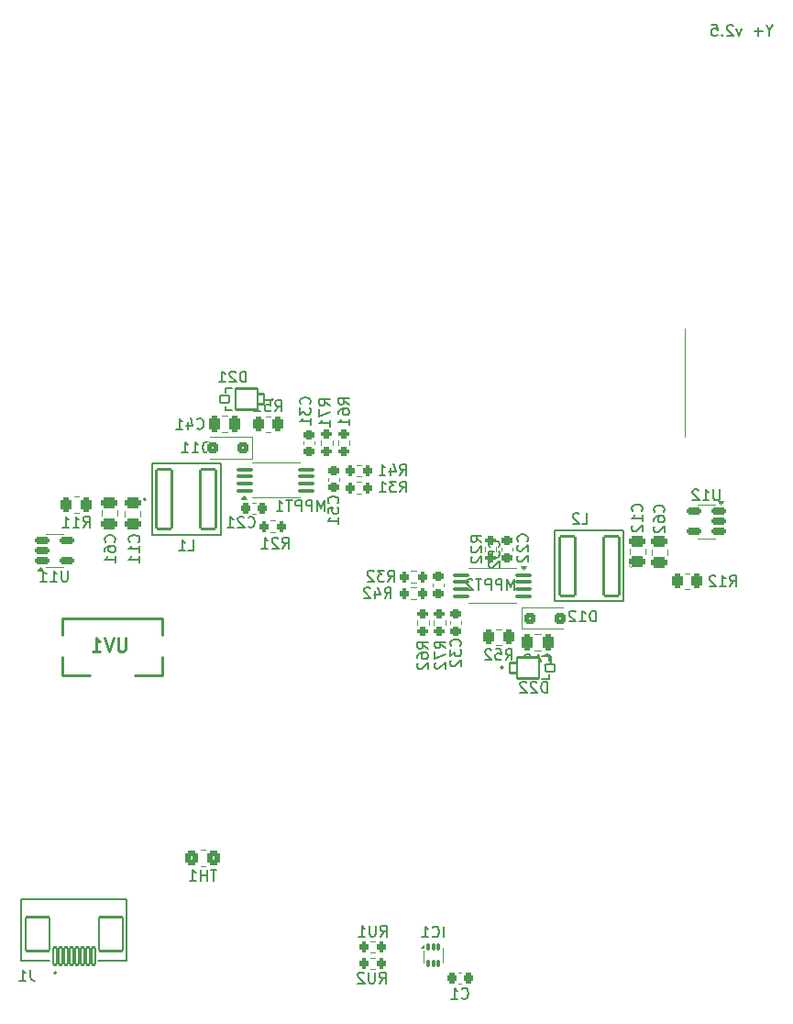
<source format=gbo>
G04 #@! TF.GenerationSoftware,KiCad,Pcbnew,8.0.2*
G04 #@! TF.CreationDate,2024-08-20T08:19:13+02:00*
G04 #@! TF.ProjectId,STS1_SIDEPANEL,53545331-5f53-4494-9445-50414e454c2e,rev?*
G04 #@! TF.SameCoordinates,Original*
G04 #@! TF.FileFunction,Legend,Bot*
G04 #@! TF.FilePolarity,Positive*
%FSLAX46Y46*%
G04 Gerber Fmt 4.6, Leading zero omitted, Abs format (unit mm)*
G04 Created by KiCad (PCBNEW 8.0.2) date 2024-08-20 08:19:13*
%MOMM*%
%LPD*%
G01*
G04 APERTURE LIST*
G04 Aperture macros list*
%AMRoundRect*
0 Rectangle with rounded corners*
0 $1 Rounding radius*
0 $2 $3 $4 $5 $6 $7 $8 $9 X,Y pos of 4 corners*
0 Add a 4 corners polygon primitive as box body*
4,1,4,$2,$3,$4,$5,$6,$7,$8,$9,$2,$3,0*
0 Add four circle primitives for the rounded corners*
1,1,$1+$1,$2,$3*
1,1,$1+$1,$4,$5*
1,1,$1+$1,$6,$7*
1,1,$1+$1,$8,$9*
0 Add four rect primitives between the rounded corners*
20,1,$1+$1,$2,$3,$4,$5,0*
20,1,$1+$1,$4,$5,$6,$7,0*
20,1,$1+$1,$6,$7,$8,$9,0*
20,1,$1+$1,$8,$9,$2,$3,0*%
G04 Aperture macros list end*
%ADD10C,0.150000*%
%ADD11C,0.254000*%
%ADD12C,0.120000*%
%ADD13C,0.200000*%
%ADD14C,0.127000*%
%ADD15C,6.000000*%
%ADD16RoundRect,0.102000X-0.150000X-0.800000X0.150000X-0.800000X0.150000X0.800000X-0.150000X0.800000X0*%
%ADD17RoundRect,0.102000X-1.120000X-1.560000X1.120000X-1.560000X1.120000X1.560000X-1.120000X1.560000X0*%
%ADD18RoundRect,0.225000X0.225000X0.250000X-0.225000X0.250000X-0.225000X-0.250000X0.225000X-0.250000X0*%
%ADD19RoundRect,0.102000X-0.715000X-2.750000X0.715000X-2.750000X0.715000X2.750000X-0.715000X2.750000X0*%
%ADD20RoundRect,0.250000X-0.475000X0.250000X-0.475000X-0.250000X0.475000X-0.250000X0.475000X0.250000X0*%
%ADD21RoundRect,0.200000X-0.200000X-0.275000X0.200000X-0.275000X0.200000X0.275000X-0.200000X0.275000X0*%
%ADD22RoundRect,0.250000X0.300000X0.300000X-0.300000X0.300000X-0.300000X-0.300000X0.300000X-0.300000X0*%
%ADD23RoundRect,0.100000X-0.637500X-0.100000X0.637500X-0.100000X0.637500X0.100000X-0.637500X0.100000X0*%
%ADD24R,0.400000X1.000000*%
%ADD25R,2.000000X1.300000*%
%ADD26RoundRect,0.200000X-0.275000X0.200000X-0.275000X-0.200000X0.275000X-0.200000X0.275000X0.200000X0*%
%ADD27RoundRect,0.200000X0.275000X-0.200000X0.275000X0.200000X-0.275000X0.200000X-0.275000X-0.200000X0*%
%ADD28RoundRect,0.102000X-0.325000X0.475000X-0.325000X-0.475000X0.325000X-0.475000X0.325000X0.475000X0*%
%ADD29RoundRect,0.102000X1.000000X0.975000X-1.000000X0.975000X-1.000000X-0.975000X1.000000X-0.975000X0*%
%ADD30RoundRect,0.102000X-0.425000X-0.325000X0.425000X-0.325000X0.425000X0.325000X-0.425000X0.325000X0*%
%ADD31RoundRect,0.150000X0.512500X0.150000X-0.512500X0.150000X-0.512500X-0.150000X0.512500X-0.150000X0*%
%ADD32RoundRect,0.102000X0.325000X-0.475000X0.325000X0.475000X-0.325000X0.475000X-0.325000X-0.475000X0*%
%ADD33RoundRect,0.102000X-1.000000X-0.975000X1.000000X-0.975000X1.000000X0.975000X-1.000000X0.975000X0*%
%ADD34RoundRect,0.102000X0.425000X0.325000X-0.425000X0.325000X-0.425000X-0.325000X0.425000X-0.325000X0*%
%ADD35RoundRect,0.200000X0.200000X0.275000X-0.200000X0.275000X-0.200000X-0.275000X0.200000X-0.275000X0*%
%ADD36RoundRect,0.225000X0.250000X-0.225000X0.250000X0.225000X-0.250000X0.225000X-0.250000X-0.225000X0*%
%ADD37RoundRect,0.100000X0.637500X0.100000X-0.637500X0.100000X-0.637500X-0.100000X0.637500X-0.100000X0*%
%ADD38RoundRect,0.250000X-0.262500X-0.450000X0.262500X-0.450000X0.262500X0.450000X-0.262500X0.450000X0*%
%ADD39RoundRect,0.250000X0.262500X0.450000X-0.262500X0.450000X-0.262500X-0.450000X0.262500X-0.450000X0*%
%ADD40RoundRect,0.250000X0.250000X0.475000X-0.250000X0.475000X-0.250000X-0.475000X0.250000X-0.475000X0*%
%ADD41RoundRect,0.250000X0.475000X-0.250000X0.475000X0.250000X-0.475000X0.250000X-0.475000X-0.250000X0*%
%ADD42RoundRect,0.250000X-0.350000X-0.450000X0.350000X-0.450000X0.350000X0.450000X-0.350000X0.450000X0*%
%ADD43RoundRect,0.225000X-0.225000X-0.250000X0.225000X-0.250000X0.225000X0.250000X-0.225000X0.250000X0*%
%ADD44RoundRect,0.225000X-0.250000X0.225000X-0.250000X-0.225000X0.250000X-0.225000X0.250000X0.225000X0*%
%ADD45RoundRect,0.150000X-0.512500X-0.150000X0.512500X-0.150000X0.512500X0.150000X-0.512500X0.150000X0*%
%ADD46RoundRect,0.250000X-0.250000X-0.475000X0.250000X-0.475000X0.250000X0.475000X-0.250000X0.475000X0*%
%ADD47RoundRect,0.102000X0.715000X2.750000X-0.715000X2.750000X-0.715000X-2.750000X0.715000X-2.750000X0*%
%ADD48RoundRect,0.085000X-0.085000X0.265000X-0.085000X-0.265000X0.085000X-0.265000X0.085000X0.265000X0*%
%ADD49RoundRect,0.250000X-0.300000X-0.300000X0.300000X-0.300000X0.300000X0.300000X-0.300000X0.300000X0*%
G04 APERTURE END LIST*
D10*
X162846428Y-41978628D02*
X162846428Y-42454819D01*
X163179761Y-41454819D02*
X162846428Y-41978628D01*
X162846428Y-41978628D02*
X162513095Y-41454819D01*
X162179761Y-42073866D02*
X161417857Y-42073866D01*
X161798809Y-42454819D02*
X161798809Y-41692914D01*
X160274999Y-41788152D02*
X160036904Y-42454819D01*
X160036904Y-42454819D02*
X159798809Y-41788152D01*
X159465475Y-41550057D02*
X159417856Y-41502438D01*
X159417856Y-41502438D02*
X159322618Y-41454819D01*
X159322618Y-41454819D02*
X159084523Y-41454819D01*
X159084523Y-41454819D02*
X158989285Y-41502438D01*
X158989285Y-41502438D02*
X158941666Y-41550057D01*
X158941666Y-41550057D02*
X158894047Y-41645295D01*
X158894047Y-41645295D02*
X158894047Y-41740533D01*
X158894047Y-41740533D02*
X158941666Y-41883390D01*
X158941666Y-41883390D02*
X159513094Y-42454819D01*
X159513094Y-42454819D02*
X158894047Y-42454819D01*
X158465475Y-42359580D02*
X158417856Y-42407200D01*
X158417856Y-42407200D02*
X158465475Y-42454819D01*
X158465475Y-42454819D02*
X158513094Y-42407200D01*
X158513094Y-42407200D02*
X158465475Y-42359580D01*
X158465475Y-42359580D02*
X158465475Y-42454819D01*
X157513095Y-41454819D02*
X157989285Y-41454819D01*
X157989285Y-41454819D02*
X158036904Y-41931009D01*
X158036904Y-41931009D02*
X157989285Y-41883390D01*
X157989285Y-41883390D02*
X157894047Y-41835771D01*
X157894047Y-41835771D02*
X157655952Y-41835771D01*
X157655952Y-41835771D02*
X157560714Y-41883390D01*
X157560714Y-41883390D02*
X157513095Y-41931009D01*
X157513095Y-41931009D02*
X157465476Y-42026247D01*
X157465476Y-42026247D02*
X157465476Y-42264342D01*
X157465476Y-42264342D02*
X157513095Y-42359580D01*
X157513095Y-42359580D02*
X157560714Y-42407200D01*
X157560714Y-42407200D02*
X157655952Y-42454819D01*
X157655952Y-42454819D02*
X157894047Y-42454819D01*
X157894047Y-42454819D02*
X157989285Y-42407200D01*
X157989285Y-42407200D02*
X158036904Y-42359580D01*
X94592333Y-128664819D02*
X94592333Y-129379104D01*
X94592333Y-129379104D02*
X94639952Y-129521961D01*
X94639952Y-129521961D02*
X94735190Y-129617200D01*
X94735190Y-129617200D02*
X94878047Y-129664819D01*
X94878047Y-129664819D02*
X94973285Y-129664819D01*
X93592333Y-129664819D02*
X94163761Y-129664819D01*
X93878047Y-129664819D02*
X93878047Y-128664819D01*
X93878047Y-128664819D02*
X93973285Y-128807676D01*
X93973285Y-128807676D02*
X94068523Y-128902914D01*
X94068523Y-128902914D02*
X94163761Y-128950533D01*
X114682857Y-87749580D02*
X114730476Y-87797200D01*
X114730476Y-87797200D02*
X114873333Y-87844819D01*
X114873333Y-87844819D02*
X114968571Y-87844819D01*
X114968571Y-87844819D02*
X115111428Y-87797200D01*
X115111428Y-87797200D02*
X115206666Y-87701961D01*
X115206666Y-87701961D02*
X115254285Y-87606723D01*
X115254285Y-87606723D02*
X115301904Y-87416247D01*
X115301904Y-87416247D02*
X115301904Y-87273390D01*
X115301904Y-87273390D02*
X115254285Y-87082914D01*
X115254285Y-87082914D02*
X115206666Y-86987676D01*
X115206666Y-86987676D02*
X115111428Y-86892438D01*
X115111428Y-86892438D02*
X114968571Y-86844819D01*
X114968571Y-86844819D02*
X114873333Y-86844819D01*
X114873333Y-86844819D02*
X114730476Y-86892438D01*
X114730476Y-86892438D02*
X114682857Y-86940057D01*
X114301904Y-86940057D02*
X114254285Y-86892438D01*
X114254285Y-86892438D02*
X114159047Y-86844819D01*
X114159047Y-86844819D02*
X113920952Y-86844819D01*
X113920952Y-86844819D02*
X113825714Y-86892438D01*
X113825714Y-86892438D02*
X113778095Y-86940057D01*
X113778095Y-86940057D02*
X113730476Y-87035295D01*
X113730476Y-87035295D02*
X113730476Y-87130533D01*
X113730476Y-87130533D02*
X113778095Y-87273390D01*
X113778095Y-87273390D02*
X114349523Y-87844819D01*
X114349523Y-87844819D02*
X113730476Y-87844819D01*
X112778095Y-87844819D02*
X113349523Y-87844819D01*
X113063809Y-87844819D02*
X113063809Y-86844819D01*
X113063809Y-86844819D02*
X113159047Y-86987676D01*
X113159047Y-86987676D02*
X113254285Y-87082914D01*
X113254285Y-87082914D02*
X113349523Y-87130533D01*
X109156666Y-89994819D02*
X109632856Y-89994819D01*
X109632856Y-89994819D02*
X109632856Y-88994819D01*
X108299523Y-89994819D02*
X108870951Y-89994819D01*
X108585237Y-89994819D02*
X108585237Y-88994819D01*
X108585237Y-88994819D02*
X108680475Y-89137676D01*
X108680475Y-89137676D02*
X108775713Y-89232914D01*
X108775713Y-89232914D02*
X108870951Y-89280533D01*
X104569580Y-89172142D02*
X104617200Y-89124523D01*
X104617200Y-89124523D02*
X104664819Y-88981666D01*
X104664819Y-88981666D02*
X104664819Y-88886428D01*
X104664819Y-88886428D02*
X104617200Y-88743571D01*
X104617200Y-88743571D02*
X104521961Y-88648333D01*
X104521961Y-88648333D02*
X104426723Y-88600714D01*
X104426723Y-88600714D02*
X104236247Y-88553095D01*
X104236247Y-88553095D02*
X104093390Y-88553095D01*
X104093390Y-88553095D02*
X103902914Y-88600714D01*
X103902914Y-88600714D02*
X103807676Y-88648333D01*
X103807676Y-88648333D02*
X103712438Y-88743571D01*
X103712438Y-88743571D02*
X103664819Y-88886428D01*
X103664819Y-88886428D02*
X103664819Y-88981666D01*
X103664819Y-88981666D02*
X103712438Y-89124523D01*
X103712438Y-89124523D02*
X103760057Y-89172142D01*
X104664819Y-90124523D02*
X104664819Y-89553095D01*
X104664819Y-89838809D02*
X103664819Y-89838809D01*
X103664819Y-89838809D02*
X103807676Y-89743571D01*
X103807676Y-89743571D02*
X103902914Y-89648333D01*
X103902914Y-89648333D02*
X103950533Y-89553095D01*
X104664819Y-91076904D02*
X104664819Y-90505476D01*
X104664819Y-90791190D02*
X103664819Y-90791190D01*
X103664819Y-90791190D02*
X103807676Y-90695952D01*
X103807676Y-90695952D02*
X103902914Y-90600714D01*
X103902914Y-90600714D02*
X103950533Y-90505476D01*
X126890476Y-125579819D02*
X127223809Y-125103628D01*
X127461904Y-125579819D02*
X127461904Y-124579819D01*
X127461904Y-124579819D02*
X127080952Y-124579819D01*
X127080952Y-124579819D02*
X126985714Y-124627438D01*
X126985714Y-124627438D02*
X126938095Y-124675057D01*
X126938095Y-124675057D02*
X126890476Y-124770295D01*
X126890476Y-124770295D02*
X126890476Y-124913152D01*
X126890476Y-124913152D02*
X126938095Y-125008390D01*
X126938095Y-125008390D02*
X126985714Y-125056009D01*
X126985714Y-125056009D02*
X127080952Y-125103628D01*
X127080952Y-125103628D02*
X127461904Y-125103628D01*
X126461904Y-124579819D02*
X126461904Y-125389342D01*
X126461904Y-125389342D02*
X126414285Y-125484580D01*
X126414285Y-125484580D02*
X126366666Y-125532200D01*
X126366666Y-125532200D02*
X126271428Y-125579819D01*
X126271428Y-125579819D02*
X126080952Y-125579819D01*
X126080952Y-125579819D02*
X125985714Y-125532200D01*
X125985714Y-125532200D02*
X125938095Y-125484580D01*
X125938095Y-125484580D02*
X125890476Y-125389342D01*
X125890476Y-125389342D02*
X125890476Y-124579819D01*
X124890476Y-125579819D02*
X125461904Y-125579819D01*
X125176190Y-125579819D02*
X125176190Y-124579819D01*
X125176190Y-124579819D02*
X125271428Y-124722676D01*
X125271428Y-124722676D02*
X125366666Y-124817914D01*
X125366666Y-124817914D02*
X125461904Y-124865533D01*
X111054285Y-80944819D02*
X111054285Y-79944819D01*
X111054285Y-79944819D02*
X110816190Y-79944819D01*
X110816190Y-79944819D02*
X110673333Y-79992438D01*
X110673333Y-79992438D02*
X110578095Y-80087676D01*
X110578095Y-80087676D02*
X110530476Y-80182914D01*
X110530476Y-80182914D02*
X110482857Y-80373390D01*
X110482857Y-80373390D02*
X110482857Y-80516247D01*
X110482857Y-80516247D02*
X110530476Y-80706723D01*
X110530476Y-80706723D02*
X110578095Y-80801961D01*
X110578095Y-80801961D02*
X110673333Y-80897200D01*
X110673333Y-80897200D02*
X110816190Y-80944819D01*
X110816190Y-80944819D02*
X111054285Y-80944819D01*
X109530476Y-80944819D02*
X110101904Y-80944819D01*
X109816190Y-80944819D02*
X109816190Y-79944819D01*
X109816190Y-79944819D02*
X109911428Y-80087676D01*
X109911428Y-80087676D02*
X110006666Y-80182914D01*
X110006666Y-80182914D02*
X110101904Y-80230533D01*
X108578095Y-80944819D02*
X109149523Y-80944819D01*
X108863809Y-80944819D02*
X108863809Y-79944819D01*
X108863809Y-79944819D02*
X108959047Y-80087676D01*
X108959047Y-80087676D02*
X109054285Y-80182914D01*
X109054285Y-80182914D02*
X109149523Y-80230533D01*
X121740475Y-86339819D02*
X121740475Y-85339819D01*
X121740475Y-85339819D02*
X121407142Y-86054104D01*
X121407142Y-86054104D02*
X121073809Y-85339819D01*
X121073809Y-85339819D02*
X121073809Y-86339819D01*
X120597618Y-86339819D02*
X120597618Y-85339819D01*
X120597618Y-85339819D02*
X120216666Y-85339819D01*
X120216666Y-85339819D02*
X120121428Y-85387438D01*
X120121428Y-85387438D02*
X120073809Y-85435057D01*
X120073809Y-85435057D02*
X120026190Y-85530295D01*
X120026190Y-85530295D02*
X120026190Y-85673152D01*
X120026190Y-85673152D02*
X120073809Y-85768390D01*
X120073809Y-85768390D02*
X120121428Y-85816009D01*
X120121428Y-85816009D02*
X120216666Y-85863628D01*
X120216666Y-85863628D02*
X120597618Y-85863628D01*
X119597618Y-86339819D02*
X119597618Y-85339819D01*
X119597618Y-85339819D02*
X119216666Y-85339819D01*
X119216666Y-85339819D02*
X119121428Y-85387438D01*
X119121428Y-85387438D02*
X119073809Y-85435057D01*
X119073809Y-85435057D02*
X119026190Y-85530295D01*
X119026190Y-85530295D02*
X119026190Y-85673152D01*
X119026190Y-85673152D02*
X119073809Y-85768390D01*
X119073809Y-85768390D02*
X119121428Y-85816009D01*
X119121428Y-85816009D02*
X119216666Y-85863628D01*
X119216666Y-85863628D02*
X119597618Y-85863628D01*
X118740475Y-85339819D02*
X118169047Y-85339819D01*
X118454761Y-86339819D02*
X118454761Y-85339819D01*
X117311904Y-86339819D02*
X117883332Y-86339819D01*
X117597618Y-86339819D02*
X117597618Y-85339819D01*
X117597618Y-85339819D02*
X117692856Y-85482676D01*
X117692856Y-85482676D02*
X117788094Y-85577914D01*
X117788094Y-85577914D02*
X117883332Y-85625533D01*
D11*
X103388444Y-98031828D02*
X103388444Y-99059923D01*
X103388444Y-99059923D02*
X103327967Y-99180875D01*
X103327967Y-99180875D02*
X103267491Y-99241352D01*
X103267491Y-99241352D02*
X103146539Y-99301828D01*
X103146539Y-99301828D02*
X102904634Y-99301828D01*
X102904634Y-99301828D02*
X102783682Y-99241352D01*
X102783682Y-99241352D02*
X102723205Y-99180875D01*
X102723205Y-99180875D02*
X102662729Y-99059923D01*
X102662729Y-99059923D02*
X102662729Y-98031828D01*
X102239396Y-98031828D02*
X101816063Y-99301828D01*
X101816063Y-99301828D02*
X101392729Y-98031828D01*
X100304158Y-99301828D02*
X101029873Y-99301828D01*
X100667016Y-99301828D02*
X100667016Y-98031828D01*
X100667016Y-98031828D02*
X100787968Y-98213256D01*
X100787968Y-98213256D02*
X100908920Y-98334209D01*
X100908920Y-98334209D02*
X101029873Y-98394685D01*
D10*
X131296819Y-99017142D02*
X130820628Y-98683809D01*
X131296819Y-98445714D02*
X130296819Y-98445714D01*
X130296819Y-98445714D02*
X130296819Y-98826666D01*
X130296819Y-98826666D02*
X130344438Y-98921904D01*
X130344438Y-98921904D02*
X130392057Y-98969523D01*
X130392057Y-98969523D02*
X130487295Y-99017142D01*
X130487295Y-99017142D02*
X130630152Y-99017142D01*
X130630152Y-99017142D02*
X130725390Y-98969523D01*
X130725390Y-98969523D02*
X130773009Y-98921904D01*
X130773009Y-98921904D02*
X130820628Y-98826666D01*
X130820628Y-98826666D02*
X130820628Y-98445714D01*
X130296819Y-99874285D02*
X130296819Y-99683809D01*
X130296819Y-99683809D02*
X130344438Y-99588571D01*
X130344438Y-99588571D02*
X130392057Y-99540952D01*
X130392057Y-99540952D02*
X130534914Y-99445714D01*
X130534914Y-99445714D02*
X130725390Y-99398095D01*
X130725390Y-99398095D02*
X131106342Y-99398095D01*
X131106342Y-99398095D02*
X131201580Y-99445714D01*
X131201580Y-99445714D02*
X131249200Y-99493333D01*
X131249200Y-99493333D02*
X131296819Y-99588571D01*
X131296819Y-99588571D02*
X131296819Y-99779047D01*
X131296819Y-99779047D02*
X131249200Y-99874285D01*
X131249200Y-99874285D02*
X131201580Y-99921904D01*
X131201580Y-99921904D02*
X131106342Y-99969523D01*
X131106342Y-99969523D02*
X130868247Y-99969523D01*
X130868247Y-99969523D02*
X130773009Y-99921904D01*
X130773009Y-99921904D02*
X130725390Y-99874285D01*
X130725390Y-99874285D02*
X130677771Y-99779047D01*
X130677771Y-99779047D02*
X130677771Y-99588571D01*
X130677771Y-99588571D02*
X130725390Y-99493333D01*
X130725390Y-99493333D02*
X130773009Y-99445714D01*
X130773009Y-99445714D02*
X130868247Y-99398095D01*
X130392057Y-100350476D02*
X130344438Y-100398095D01*
X130344438Y-100398095D02*
X130296819Y-100493333D01*
X130296819Y-100493333D02*
X130296819Y-100731428D01*
X130296819Y-100731428D02*
X130344438Y-100826666D01*
X130344438Y-100826666D02*
X130392057Y-100874285D01*
X130392057Y-100874285D02*
X130487295Y-100921904D01*
X130487295Y-100921904D02*
X130582533Y-100921904D01*
X130582533Y-100921904D02*
X130725390Y-100874285D01*
X130725390Y-100874285D02*
X131296819Y-100302857D01*
X131296819Y-100302857D02*
X131296819Y-100921904D01*
X136251319Y-89211142D02*
X135775128Y-88877809D01*
X136251319Y-88639714D02*
X135251319Y-88639714D01*
X135251319Y-88639714D02*
X135251319Y-89020666D01*
X135251319Y-89020666D02*
X135298938Y-89115904D01*
X135298938Y-89115904D02*
X135346557Y-89163523D01*
X135346557Y-89163523D02*
X135441795Y-89211142D01*
X135441795Y-89211142D02*
X135584652Y-89211142D01*
X135584652Y-89211142D02*
X135679890Y-89163523D01*
X135679890Y-89163523D02*
X135727509Y-89115904D01*
X135727509Y-89115904D02*
X135775128Y-89020666D01*
X135775128Y-89020666D02*
X135775128Y-88639714D01*
X135346557Y-89592095D02*
X135298938Y-89639714D01*
X135298938Y-89639714D02*
X135251319Y-89734952D01*
X135251319Y-89734952D02*
X135251319Y-89973047D01*
X135251319Y-89973047D02*
X135298938Y-90068285D01*
X135298938Y-90068285D02*
X135346557Y-90115904D01*
X135346557Y-90115904D02*
X135441795Y-90163523D01*
X135441795Y-90163523D02*
X135537033Y-90163523D01*
X135537033Y-90163523D02*
X135679890Y-90115904D01*
X135679890Y-90115904D02*
X136251319Y-89544476D01*
X136251319Y-89544476D02*
X136251319Y-90163523D01*
X135346557Y-90544476D02*
X135298938Y-90592095D01*
X135298938Y-90592095D02*
X135251319Y-90687333D01*
X135251319Y-90687333D02*
X135251319Y-90925428D01*
X135251319Y-90925428D02*
X135298938Y-91020666D01*
X135298938Y-91020666D02*
X135346557Y-91068285D01*
X135346557Y-91068285D02*
X135441795Y-91115904D01*
X135441795Y-91115904D02*
X135537033Y-91115904D01*
X135537033Y-91115904D02*
X135679890Y-91068285D01*
X135679890Y-91068285D02*
X136251319Y-90496857D01*
X136251319Y-90496857D02*
X136251319Y-91115904D01*
X114494285Y-74434819D02*
X114494285Y-73434819D01*
X114494285Y-73434819D02*
X114256190Y-73434819D01*
X114256190Y-73434819D02*
X114113333Y-73482438D01*
X114113333Y-73482438D02*
X114018095Y-73577676D01*
X114018095Y-73577676D02*
X113970476Y-73672914D01*
X113970476Y-73672914D02*
X113922857Y-73863390D01*
X113922857Y-73863390D02*
X113922857Y-74006247D01*
X113922857Y-74006247D02*
X113970476Y-74196723D01*
X113970476Y-74196723D02*
X114018095Y-74291961D01*
X114018095Y-74291961D02*
X114113333Y-74387200D01*
X114113333Y-74387200D02*
X114256190Y-74434819D01*
X114256190Y-74434819D02*
X114494285Y-74434819D01*
X113541904Y-73530057D02*
X113494285Y-73482438D01*
X113494285Y-73482438D02*
X113399047Y-73434819D01*
X113399047Y-73434819D02*
X113160952Y-73434819D01*
X113160952Y-73434819D02*
X113065714Y-73482438D01*
X113065714Y-73482438D02*
X113018095Y-73530057D01*
X113018095Y-73530057D02*
X112970476Y-73625295D01*
X112970476Y-73625295D02*
X112970476Y-73720533D01*
X112970476Y-73720533D02*
X113018095Y-73863390D01*
X113018095Y-73863390D02*
X113589523Y-74434819D01*
X113589523Y-74434819D02*
X112970476Y-74434819D01*
X112018095Y-74434819D02*
X112589523Y-74434819D01*
X112303809Y-74434819D02*
X112303809Y-73434819D01*
X112303809Y-73434819D02*
X112399047Y-73577676D01*
X112399047Y-73577676D02*
X112494285Y-73672914D01*
X112494285Y-73672914D02*
X112589523Y-73720533D01*
X158242094Y-84334819D02*
X158242094Y-85144342D01*
X158242094Y-85144342D02*
X158194475Y-85239580D01*
X158194475Y-85239580D02*
X158146856Y-85287200D01*
X158146856Y-85287200D02*
X158051618Y-85334819D01*
X158051618Y-85334819D02*
X157861142Y-85334819D01*
X157861142Y-85334819D02*
X157765904Y-85287200D01*
X157765904Y-85287200D02*
X157718285Y-85239580D01*
X157718285Y-85239580D02*
X157670666Y-85144342D01*
X157670666Y-85144342D02*
X157670666Y-84334819D01*
X156670666Y-85334819D02*
X157242094Y-85334819D01*
X156956380Y-85334819D02*
X156956380Y-84334819D01*
X156956380Y-84334819D02*
X157051618Y-84477676D01*
X157051618Y-84477676D02*
X157146856Y-84572914D01*
X157146856Y-84572914D02*
X157242094Y-84620533D01*
X156289713Y-84430057D02*
X156242094Y-84382438D01*
X156242094Y-84382438D02*
X156146856Y-84334819D01*
X156146856Y-84334819D02*
X155908761Y-84334819D01*
X155908761Y-84334819D02*
X155813523Y-84382438D01*
X155813523Y-84382438D02*
X155765904Y-84430057D01*
X155765904Y-84430057D02*
X155718285Y-84525295D01*
X155718285Y-84525295D02*
X155718285Y-84620533D01*
X155718285Y-84620533D02*
X155765904Y-84763390D01*
X155765904Y-84763390D02*
X156337332Y-85334819D01*
X156337332Y-85334819D02*
X155718285Y-85334819D01*
X142293785Y-103068819D02*
X142293785Y-102068819D01*
X142293785Y-102068819D02*
X142055690Y-102068819D01*
X142055690Y-102068819D02*
X141912833Y-102116438D01*
X141912833Y-102116438D02*
X141817595Y-102211676D01*
X141817595Y-102211676D02*
X141769976Y-102306914D01*
X141769976Y-102306914D02*
X141722357Y-102497390D01*
X141722357Y-102497390D02*
X141722357Y-102640247D01*
X141722357Y-102640247D02*
X141769976Y-102830723D01*
X141769976Y-102830723D02*
X141817595Y-102925961D01*
X141817595Y-102925961D02*
X141912833Y-103021200D01*
X141912833Y-103021200D02*
X142055690Y-103068819D01*
X142055690Y-103068819D02*
X142293785Y-103068819D01*
X141341404Y-102164057D02*
X141293785Y-102116438D01*
X141293785Y-102116438D02*
X141198547Y-102068819D01*
X141198547Y-102068819D02*
X140960452Y-102068819D01*
X140960452Y-102068819D02*
X140865214Y-102116438D01*
X140865214Y-102116438D02*
X140817595Y-102164057D01*
X140817595Y-102164057D02*
X140769976Y-102259295D01*
X140769976Y-102259295D02*
X140769976Y-102354533D01*
X140769976Y-102354533D02*
X140817595Y-102497390D01*
X140817595Y-102497390D02*
X141389023Y-103068819D01*
X141389023Y-103068819D02*
X140769976Y-103068819D01*
X140389023Y-102164057D02*
X140341404Y-102116438D01*
X140341404Y-102116438D02*
X140246166Y-102068819D01*
X140246166Y-102068819D02*
X140008071Y-102068819D01*
X140008071Y-102068819D02*
X139912833Y-102116438D01*
X139912833Y-102116438D02*
X139865214Y-102164057D01*
X139865214Y-102164057D02*
X139817595Y-102259295D01*
X139817595Y-102259295D02*
X139817595Y-102354533D01*
X139817595Y-102354533D02*
X139865214Y-102497390D01*
X139865214Y-102497390D02*
X140436642Y-103068819D01*
X140436642Y-103068819D02*
X139817595Y-103068819D01*
X102329580Y-89177142D02*
X102377200Y-89129523D01*
X102377200Y-89129523D02*
X102424819Y-88986666D01*
X102424819Y-88986666D02*
X102424819Y-88891428D01*
X102424819Y-88891428D02*
X102377200Y-88748571D01*
X102377200Y-88748571D02*
X102281961Y-88653333D01*
X102281961Y-88653333D02*
X102186723Y-88605714D01*
X102186723Y-88605714D02*
X101996247Y-88558095D01*
X101996247Y-88558095D02*
X101853390Y-88558095D01*
X101853390Y-88558095D02*
X101662914Y-88605714D01*
X101662914Y-88605714D02*
X101567676Y-88653333D01*
X101567676Y-88653333D02*
X101472438Y-88748571D01*
X101472438Y-88748571D02*
X101424819Y-88891428D01*
X101424819Y-88891428D02*
X101424819Y-88986666D01*
X101424819Y-88986666D02*
X101472438Y-89129523D01*
X101472438Y-89129523D02*
X101520057Y-89177142D01*
X101424819Y-90034285D02*
X101424819Y-89843809D01*
X101424819Y-89843809D02*
X101472438Y-89748571D01*
X101472438Y-89748571D02*
X101520057Y-89700952D01*
X101520057Y-89700952D02*
X101662914Y-89605714D01*
X101662914Y-89605714D02*
X101853390Y-89558095D01*
X101853390Y-89558095D02*
X102234342Y-89558095D01*
X102234342Y-89558095D02*
X102329580Y-89605714D01*
X102329580Y-89605714D02*
X102377200Y-89653333D01*
X102377200Y-89653333D02*
X102424819Y-89748571D01*
X102424819Y-89748571D02*
X102424819Y-89939047D01*
X102424819Y-89939047D02*
X102377200Y-90034285D01*
X102377200Y-90034285D02*
X102329580Y-90081904D01*
X102329580Y-90081904D02*
X102234342Y-90129523D01*
X102234342Y-90129523D02*
X101996247Y-90129523D01*
X101996247Y-90129523D02*
X101901009Y-90081904D01*
X101901009Y-90081904D02*
X101853390Y-90034285D01*
X101853390Y-90034285D02*
X101805771Y-89939047D01*
X101805771Y-89939047D02*
X101805771Y-89748571D01*
X101805771Y-89748571D02*
X101853390Y-89653333D01*
X101853390Y-89653333D02*
X101901009Y-89605714D01*
X101901009Y-89605714D02*
X101996247Y-89558095D01*
X102424819Y-91081904D02*
X102424819Y-90510476D01*
X102424819Y-90796190D02*
X101424819Y-90796190D01*
X101424819Y-90796190D02*
X101567676Y-90700952D01*
X101567676Y-90700952D02*
X101662914Y-90605714D01*
X101662914Y-90605714D02*
X101710533Y-90510476D01*
X128722857Y-84594819D02*
X129056190Y-84118628D01*
X129294285Y-84594819D02*
X129294285Y-83594819D01*
X129294285Y-83594819D02*
X128913333Y-83594819D01*
X128913333Y-83594819D02*
X128818095Y-83642438D01*
X128818095Y-83642438D02*
X128770476Y-83690057D01*
X128770476Y-83690057D02*
X128722857Y-83785295D01*
X128722857Y-83785295D02*
X128722857Y-83928152D01*
X128722857Y-83928152D02*
X128770476Y-84023390D01*
X128770476Y-84023390D02*
X128818095Y-84071009D01*
X128818095Y-84071009D02*
X128913333Y-84118628D01*
X128913333Y-84118628D02*
X129294285Y-84118628D01*
X128389523Y-83594819D02*
X127770476Y-83594819D01*
X127770476Y-83594819D02*
X128103809Y-83975771D01*
X128103809Y-83975771D02*
X127960952Y-83975771D01*
X127960952Y-83975771D02*
X127865714Y-84023390D01*
X127865714Y-84023390D02*
X127818095Y-84071009D01*
X127818095Y-84071009D02*
X127770476Y-84166247D01*
X127770476Y-84166247D02*
X127770476Y-84404342D01*
X127770476Y-84404342D02*
X127818095Y-84499580D01*
X127818095Y-84499580D02*
X127865714Y-84547200D01*
X127865714Y-84547200D02*
X127960952Y-84594819D01*
X127960952Y-84594819D02*
X128246666Y-84594819D01*
X128246666Y-84594819D02*
X128341904Y-84547200D01*
X128341904Y-84547200D02*
X128389523Y-84499580D01*
X126818095Y-84594819D02*
X127389523Y-84594819D01*
X127103809Y-84594819D02*
X127103809Y-83594819D01*
X127103809Y-83594819D02*
X127199047Y-83737676D01*
X127199047Y-83737676D02*
X127294285Y-83832914D01*
X127294285Y-83832914D02*
X127389523Y-83880533D01*
X137800080Y-89659142D02*
X137847700Y-89611523D01*
X137847700Y-89611523D02*
X137895319Y-89468666D01*
X137895319Y-89468666D02*
X137895319Y-89373428D01*
X137895319Y-89373428D02*
X137847700Y-89230571D01*
X137847700Y-89230571D02*
X137752461Y-89135333D01*
X137752461Y-89135333D02*
X137657223Y-89087714D01*
X137657223Y-89087714D02*
X137466747Y-89040095D01*
X137466747Y-89040095D02*
X137323890Y-89040095D01*
X137323890Y-89040095D02*
X137133414Y-89087714D01*
X137133414Y-89087714D02*
X137038176Y-89135333D01*
X137038176Y-89135333D02*
X136942938Y-89230571D01*
X136942938Y-89230571D02*
X136895319Y-89373428D01*
X136895319Y-89373428D02*
X136895319Y-89468666D01*
X136895319Y-89468666D02*
X136942938Y-89611523D01*
X136942938Y-89611523D02*
X136990557Y-89659142D01*
X136895319Y-90563904D02*
X136895319Y-90087714D01*
X136895319Y-90087714D02*
X137371509Y-90040095D01*
X137371509Y-90040095D02*
X137323890Y-90087714D01*
X137323890Y-90087714D02*
X137276271Y-90182952D01*
X137276271Y-90182952D02*
X137276271Y-90421047D01*
X137276271Y-90421047D02*
X137323890Y-90516285D01*
X137323890Y-90516285D02*
X137371509Y-90563904D01*
X137371509Y-90563904D02*
X137466747Y-90611523D01*
X137466747Y-90611523D02*
X137704842Y-90611523D01*
X137704842Y-90611523D02*
X137800080Y-90563904D01*
X137800080Y-90563904D02*
X137847700Y-90516285D01*
X137847700Y-90516285D02*
X137895319Y-90421047D01*
X137895319Y-90421047D02*
X137895319Y-90182952D01*
X137895319Y-90182952D02*
X137847700Y-90087714D01*
X137847700Y-90087714D02*
X137800080Y-90040095D01*
X136990557Y-90992476D02*
X136942938Y-91040095D01*
X136942938Y-91040095D02*
X136895319Y-91135333D01*
X136895319Y-91135333D02*
X136895319Y-91373428D01*
X136895319Y-91373428D02*
X136942938Y-91468666D01*
X136942938Y-91468666D02*
X136990557Y-91516285D01*
X136990557Y-91516285D02*
X137085795Y-91563904D01*
X137085795Y-91563904D02*
X137181033Y-91563904D01*
X137181033Y-91563904D02*
X137323890Y-91516285D01*
X137323890Y-91516285D02*
X137895319Y-90944857D01*
X137895319Y-90944857D02*
X137895319Y-91563904D01*
X124019819Y-76502142D02*
X123543628Y-76168809D01*
X124019819Y-75930714D02*
X123019819Y-75930714D01*
X123019819Y-75930714D02*
X123019819Y-76311666D01*
X123019819Y-76311666D02*
X123067438Y-76406904D01*
X123067438Y-76406904D02*
X123115057Y-76454523D01*
X123115057Y-76454523D02*
X123210295Y-76502142D01*
X123210295Y-76502142D02*
X123353152Y-76502142D01*
X123353152Y-76502142D02*
X123448390Y-76454523D01*
X123448390Y-76454523D02*
X123496009Y-76406904D01*
X123496009Y-76406904D02*
X123543628Y-76311666D01*
X123543628Y-76311666D02*
X123543628Y-75930714D01*
X123019819Y-77359285D02*
X123019819Y-77168809D01*
X123019819Y-77168809D02*
X123067438Y-77073571D01*
X123067438Y-77073571D02*
X123115057Y-77025952D01*
X123115057Y-77025952D02*
X123257914Y-76930714D01*
X123257914Y-76930714D02*
X123448390Y-76883095D01*
X123448390Y-76883095D02*
X123829342Y-76883095D01*
X123829342Y-76883095D02*
X123924580Y-76930714D01*
X123924580Y-76930714D02*
X123972200Y-76978333D01*
X123972200Y-76978333D02*
X124019819Y-77073571D01*
X124019819Y-77073571D02*
X124019819Y-77264047D01*
X124019819Y-77264047D02*
X123972200Y-77359285D01*
X123972200Y-77359285D02*
X123924580Y-77406904D01*
X123924580Y-77406904D02*
X123829342Y-77454523D01*
X123829342Y-77454523D02*
X123591247Y-77454523D01*
X123591247Y-77454523D02*
X123496009Y-77406904D01*
X123496009Y-77406904D02*
X123448390Y-77359285D01*
X123448390Y-77359285D02*
X123400771Y-77264047D01*
X123400771Y-77264047D02*
X123400771Y-77073571D01*
X123400771Y-77073571D02*
X123448390Y-76978333D01*
X123448390Y-76978333D02*
X123496009Y-76930714D01*
X123496009Y-76930714D02*
X123591247Y-76883095D01*
X124019819Y-78406904D02*
X124019819Y-77835476D01*
X124019819Y-78121190D02*
X123019819Y-78121190D01*
X123019819Y-78121190D02*
X123162676Y-78025952D01*
X123162676Y-78025952D02*
X123257914Y-77930714D01*
X123257914Y-77930714D02*
X123305533Y-77835476D01*
X139256975Y-93610819D02*
X139256975Y-92610819D01*
X139256975Y-92610819D02*
X138923642Y-93325104D01*
X138923642Y-93325104D02*
X138590309Y-92610819D01*
X138590309Y-92610819D02*
X138590309Y-93610819D01*
X138114118Y-93610819D02*
X138114118Y-92610819D01*
X138114118Y-92610819D02*
X137733166Y-92610819D01*
X137733166Y-92610819D02*
X137637928Y-92658438D01*
X137637928Y-92658438D02*
X137590309Y-92706057D01*
X137590309Y-92706057D02*
X137542690Y-92801295D01*
X137542690Y-92801295D02*
X137542690Y-92944152D01*
X137542690Y-92944152D02*
X137590309Y-93039390D01*
X137590309Y-93039390D02*
X137637928Y-93087009D01*
X137637928Y-93087009D02*
X137733166Y-93134628D01*
X137733166Y-93134628D02*
X138114118Y-93134628D01*
X137114118Y-93610819D02*
X137114118Y-92610819D01*
X137114118Y-92610819D02*
X136733166Y-92610819D01*
X136733166Y-92610819D02*
X136637928Y-92658438D01*
X136637928Y-92658438D02*
X136590309Y-92706057D01*
X136590309Y-92706057D02*
X136542690Y-92801295D01*
X136542690Y-92801295D02*
X136542690Y-92944152D01*
X136542690Y-92944152D02*
X136590309Y-93039390D01*
X136590309Y-93039390D02*
X136637928Y-93087009D01*
X136637928Y-93087009D02*
X136733166Y-93134628D01*
X136733166Y-93134628D02*
X137114118Y-93134628D01*
X136256975Y-92610819D02*
X135685547Y-92610819D01*
X135971261Y-93610819D02*
X135971261Y-92610819D01*
X135399832Y-92706057D02*
X135352213Y-92658438D01*
X135352213Y-92658438D02*
X135256975Y-92610819D01*
X135256975Y-92610819D02*
X135018880Y-92610819D01*
X135018880Y-92610819D02*
X134923642Y-92658438D01*
X134923642Y-92658438D02*
X134876023Y-92706057D01*
X134876023Y-92706057D02*
X134828404Y-92801295D01*
X134828404Y-92801295D02*
X134828404Y-92896533D01*
X134828404Y-92896533D02*
X134876023Y-93039390D01*
X134876023Y-93039390D02*
X135447451Y-93610819D01*
X135447451Y-93610819D02*
X134828404Y-93610819D01*
X120359580Y-76452142D02*
X120407200Y-76404523D01*
X120407200Y-76404523D02*
X120454819Y-76261666D01*
X120454819Y-76261666D02*
X120454819Y-76166428D01*
X120454819Y-76166428D02*
X120407200Y-76023571D01*
X120407200Y-76023571D02*
X120311961Y-75928333D01*
X120311961Y-75928333D02*
X120216723Y-75880714D01*
X120216723Y-75880714D02*
X120026247Y-75833095D01*
X120026247Y-75833095D02*
X119883390Y-75833095D01*
X119883390Y-75833095D02*
X119692914Y-75880714D01*
X119692914Y-75880714D02*
X119597676Y-75928333D01*
X119597676Y-75928333D02*
X119502438Y-76023571D01*
X119502438Y-76023571D02*
X119454819Y-76166428D01*
X119454819Y-76166428D02*
X119454819Y-76261666D01*
X119454819Y-76261666D02*
X119502438Y-76404523D01*
X119502438Y-76404523D02*
X119550057Y-76452142D01*
X119454819Y-76785476D02*
X119454819Y-77404523D01*
X119454819Y-77404523D02*
X119835771Y-77071190D01*
X119835771Y-77071190D02*
X119835771Y-77214047D01*
X119835771Y-77214047D02*
X119883390Y-77309285D01*
X119883390Y-77309285D02*
X119931009Y-77356904D01*
X119931009Y-77356904D02*
X120026247Y-77404523D01*
X120026247Y-77404523D02*
X120264342Y-77404523D01*
X120264342Y-77404523D02*
X120359580Y-77356904D01*
X120359580Y-77356904D02*
X120407200Y-77309285D01*
X120407200Y-77309285D02*
X120454819Y-77214047D01*
X120454819Y-77214047D02*
X120454819Y-76928333D01*
X120454819Y-76928333D02*
X120407200Y-76833095D01*
X120407200Y-76833095D02*
X120359580Y-76785476D01*
X120454819Y-78356904D02*
X120454819Y-77785476D01*
X120454819Y-78071190D02*
X119454819Y-78071190D01*
X119454819Y-78071190D02*
X119597676Y-77975952D01*
X119597676Y-77975952D02*
X119692914Y-77880714D01*
X119692914Y-77880714D02*
X119740533Y-77785476D01*
X117832857Y-89769819D02*
X118166190Y-89293628D01*
X118404285Y-89769819D02*
X118404285Y-88769819D01*
X118404285Y-88769819D02*
X118023333Y-88769819D01*
X118023333Y-88769819D02*
X117928095Y-88817438D01*
X117928095Y-88817438D02*
X117880476Y-88865057D01*
X117880476Y-88865057D02*
X117832857Y-88960295D01*
X117832857Y-88960295D02*
X117832857Y-89103152D01*
X117832857Y-89103152D02*
X117880476Y-89198390D01*
X117880476Y-89198390D02*
X117928095Y-89246009D01*
X117928095Y-89246009D02*
X118023333Y-89293628D01*
X118023333Y-89293628D02*
X118404285Y-89293628D01*
X117451904Y-88865057D02*
X117404285Y-88817438D01*
X117404285Y-88817438D02*
X117309047Y-88769819D01*
X117309047Y-88769819D02*
X117070952Y-88769819D01*
X117070952Y-88769819D02*
X116975714Y-88817438D01*
X116975714Y-88817438D02*
X116928095Y-88865057D01*
X116928095Y-88865057D02*
X116880476Y-88960295D01*
X116880476Y-88960295D02*
X116880476Y-89055533D01*
X116880476Y-89055533D02*
X116928095Y-89198390D01*
X116928095Y-89198390D02*
X117499523Y-89769819D01*
X117499523Y-89769819D02*
X116880476Y-89769819D01*
X115928095Y-89769819D02*
X116499523Y-89769819D01*
X116213809Y-89769819D02*
X116213809Y-88769819D01*
X116213809Y-88769819D02*
X116309047Y-88912676D01*
X116309047Y-88912676D02*
X116404285Y-89007914D01*
X116404285Y-89007914D02*
X116499523Y-89055533D01*
X99462857Y-87829819D02*
X99796190Y-87353628D01*
X100034285Y-87829819D02*
X100034285Y-86829819D01*
X100034285Y-86829819D02*
X99653333Y-86829819D01*
X99653333Y-86829819D02*
X99558095Y-86877438D01*
X99558095Y-86877438D02*
X99510476Y-86925057D01*
X99510476Y-86925057D02*
X99462857Y-87020295D01*
X99462857Y-87020295D02*
X99462857Y-87163152D01*
X99462857Y-87163152D02*
X99510476Y-87258390D01*
X99510476Y-87258390D02*
X99558095Y-87306009D01*
X99558095Y-87306009D02*
X99653333Y-87353628D01*
X99653333Y-87353628D02*
X100034285Y-87353628D01*
X98510476Y-87829819D02*
X99081904Y-87829819D01*
X98796190Y-87829819D02*
X98796190Y-86829819D01*
X98796190Y-86829819D02*
X98891428Y-86972676D01*
X98891428Y-86972676D02*
X98986666Y-87067914D01*
X98986666Y-87067914D02*
X99081904Y-87115533D01*
X97558095Y-87829819D02*
X98129523Y-87829819D01*
X97843809Y-87829819D02*
X97843809Y-86829819D01*
X97843809Y-86829819D02*
X97939047Y-86972676D01*
X97939047Y-86972676D02*
X98034285Y-87067914D01*
X98034285Y-87067914D02*
X98129523Y-87115533D01*
X117170357Y-77114819D02*
X117503690Y-76638628D01*
X117741785Y-77114819D02*
X117741785Y-76114819D01*
X117741785Y-76114819D02*
X117360833Y-76114819D01*
X117360833Y-76114819D02*
X117265595Y-76162438D01*
X117265595Y-76162438D02*
X117217976Y-76210057D01*
X117217976Y-76210057D02*
X117170357Y-76305295D01*
X117170357Y-76305295D02*
X117170357Y-76448152D01*
X117170357Y-76448152D02*
X117217976Y-76543390D01*
X117217976Y-76543390D02*
X117265595Y-76591009D01*
X117265595Y-76591009D02*
X117360833Y-76638628D01*
X117360833Y-76638628D02*
X117741785Y-76638628D01*
X116265595Y-76114819D02*
X116741785Y-76114819D01*
X116741785Y-76114819D02*
X116789404Y-76591009D01*
X116789404Y-76591009D02*
X116741785Y-76543390D01*
X116741785Y-76543390D02*
X116646547Y-76495771D01*
X116646547Y-76495771D02*
X116408452Y-76495771D01*
X116408452Y-76495771D02*
X116313214Y-76543390D01*
X116313214Y-76543390D02*
X116265595Y-76591009D01*
X116265595Y-76591009D02*
X116217976Y-76686247D01*
X116217976Y-76686247D02*
X116217976Y-76924342D01*
X116217976Y-76924342D02*
X116265595Y-77019580D01*
X116265595Y-77019580D02*
X116313214Y-77067200D01*
X116313214Y-77067200D02*
X116408452Y-77114819D01*
X116408452Y-77114819D02*
X116646547Y-77114819D01*
X116646547Y-77114819D02*
X116741785Y-77067200D01*
X116741785Y-77067200D02*
X116789404Y-77019580D01*
X115265595Y-77114819D02*
X115837023Y-77114819D01*
X115551309Y-77114819D02*
X115551309Y-76114819D01*
X115551309Y-76114819D02*
X115646547Y-76257676D01*
X115646547Y-76257676D02*
X115741785Y-76352914D01*
X115741785Y-76352914D02*
X115837023Y-76400533D01*
X109972857Y-78679580D02*
X110020476Y-78727200D01*
X110020476Y-78727200D02*
X110163333Y-78774819D01*
X110163333Y-78774819D02*
X110258571Y-78774819D01*
X110258571Y-78774819D02*
X110401428Y-78727200D01*
X110401428Y-78727200D02*
X110496666Y-78631961D01*
X110496666Y-78631961D02*
X110544285Y-78536723D01*
X110544285Y-78536723D02*
X110591904Y-78346247D01*
X110591904Y-78346247D02*
X110591904Y-78203390D01*
X110591904Y-78203390D02*
X110544285Y-78012914D01*
X110544285Y-78012914D02*
X110496666Y-77917676D01*
X110496666Y-77917676D02*
X110401428Y-77822438D01*
X110401428Y-77822438D02*
X110258571Y-77774819D01*
X110258571Y-77774819D02*
X110163333Y-77774819D01*
X110163333Y-77774819D02*
X110020476Y-77822438D01*
X110020476Y-77822438D02*
X109972857Y-77870057D01*
X109115714Y-78108152D02*
X109115714Y-78774819D01*
X109353809Y-77727200D02*
X109591904Y-78441485D01*
X109591904Y-78441485D02*
X108972857Y-78441485D01*
X108068095Y-78774819D02*
X108639523Y-78774819D01*
X108353809Y-78774819D02*
X108353809Y-77774819D01*
X108353809Y-77774819D02*
X108449047Y-77917676D01*
X108449047Y-77917676D02*
X108544285Y-78012914D01*
X108544285Y-78012914D02*
X108639523Y-78060533D01*
X128692857Y-83019819D02*
X129026190Y-82543628D01*
X129264285Y-83019819D02*
X129264285Y-82019819D01*
X129264285Y-82019819D02*
X128883333Y-82019819D01*
X128883333Y-82019819D02*
X128788095Y-82067438D01*
X128788095Y-82067438D02*
X128740476Y-82115057D01*
X128740476Y-82115057D02*
X128692857Y-82210295D01*
X128692857Y-82210295D02*
X128692857Y-82353152D01*
X128692857Y-82353152D02*
X128740476Y-82448390D01*
X128740476Y-82448390D02*
X128788095Y-82496009D01*
X128788095Y-82496009D02*
X128883333Y-82543628D01*
X128883333Y-82543628D02*
X129264285Y-82543628D01*
X127835714Y-82353152D02*
X127835714Y-83019819D01*
X128073809Y-81972200D02*
X128311904Y-82686485D01*
X128311904Y-82686485D02*
X127692857Y-82686485D01*
X126788095Y-83019819D02*
X127359523Y-83019819D01*
X127073809Y-83019819D02*
X127073809Y-82019819D01*
X127073809Y-82019819D02*
X127169047Y-82162676D01*
X127169047Y-82162676D02*
X127264285Y-82257914D01*
X127264285Y-82257914D02*
X127359523Y-82305533D01*
X151013580Y-86317142D02*
X151061200Y-86269523D01*
X151061200Y-86269523D02*
X151108819Y-86126666D01*
X151108819Y-86126666D02*
X151108819Y-86031428D01*
X151108819Y-86031428D02*
X151061200Y-85888571D01*
X151061200Y-85888571D02*
X150965961Y-85793333D01*
X150965961Y-85793333D02*
X150870723Y-85745714D01*
X150870723Y-85745714D02*
X150680247Y-85698095D01*
X150680247Y-85698095D02*
X150537390Y-85698095D01*
X150537390Y-85698095D02*
X150346914Y-85745714D01*
X150346914Y-85745714D02*
X150251676Y-85793333D01*
X150251676Y-85793333D02*
X150156438Y-85888571D01*
X150156438Y-85888571D02*
X150108819Y-86031428D01*
X150108819Y-86031428D02*
X150108819Y-86126666D01*
X150108819Y-86126666D02*
X150156438Y-86269523D01*
X150156438Y-86269523D02*
X150204057Y-86317142D01*
X151108819Y-87269523D02*
X151108819Y-86698095D01*
X151108819Y-86983809D02*
X150108819Y-86983809D01*
X150108819Y-86983809D02*
X150251676Y-86888571D01*
X150251676Y-86888571D02*
X150346914Y-86793333D01*
X150346914Y-86793333D02*
X150394533Y-86698095D01*
X150204057Y-87650476D02*
X150156438Y-87698095D01*
X150156438Y-87698095D02*
X150108819Y-87793333D01*
X150108819Y-87793333D02*
X150108819Y-88031428D01*
X150108819Y-88031428D02*
X150156438Y-88126666D01*
X150156438Y-88126666D02*
X150204057Y-88174285D01*
X150204057Y-88174285D02*
X150299295Y-88221904D01*
X150299295Y-88221904D02*
X150394533Y-88221904D01*
X150394533Y-88221904D02*
X150537390Y-88174285D01*
X150537390Y-88174285D02*
X151108819Y-87602857D01*
X151108819Y-87602857D02*
X151108819Y-88221904D01*
X111785713Y-119429819D02*
X111214285Y-119429819D01*
X111499999Y-120429819D02*
X111499999Y-119429819D01*
X110880951Y-120429819D02*
X110880951Y-119429819D01*
X110880951Y-119906009D02*
X110309523Y-119906009D01*
X110309523Y-120429819D02*
X110309523Y-119429819D01*
X109309523Y-120429819D02*
X109880951Y-120429819D01*
X109595237Y-120429819D02*
X109595237Y-119429819D01*
X109595237Y-119429819D02*
X109690475Y-119572676D01*
X109690475Y-119572676D02*
X109785713Y-119667914D01*
X109785713Y-119667914D02*
X109880951Y-119715533D01*
X134416666Y-131239580D02*
X134464285Y-131287200D01*
X134464285Y-131287200D02*
X134607142Y-131334819D01*
X134607142Y-131334819D02*
X134702380Y-131334819D01*
X134702380Y-131334819D02*
X134845237Y-131287200D01*
X134845237Y-131287200D02*
X134940475Y-131191961D01*
X134940475Y-131191961D02*
X134988094Y-131096723D01*
X134988094Y-131096723D02*
X135035713Y-130906247D01*
X135035713Y-130906247D02*
X135035713Y-130763390D01*
X135035713Y-130763390D02*
X134988094Y-130572914D01*
X134988094Y-130572914D02*
X134940475Y-130477676D01*
X134940475Y-130477676D02*
X134845237Y-130382438D01*
X134845237Y-130382438D02*
X134702380Y-130334819D01*
X134702380Y-130334819D02*
X134607142Y-130334819D01*
X134607142Y-130334819D02*
X134464285Y-130382438D01*
X134464285Y-130382438D02*
X134416666Y-130430057D01*
X133464285Y-131334819D02*
X134035713Y-131334819D01*
X133749999Y-131334819D02*
X133749999Y-130334819D01*
X133749999Y-130334819D02*
X133845237Y-130477676D01*
X133845237Y-130477676D02*
X133940475Y-130572914D01*
X133940475Y-130572914D02*
X134035713Y-130620533D01*
X153045580Y-86417142D02*
X153093200Y-86369523D01*
X153093200Y-86369523D02*
X153140819Y-86226666D01*
X153140819Y-86226666D02*
X153140819Y-86131428D01*
X153140819Y-86131428D02*
X153093200Y-85988571D01*
X153093200Y-85988571D02*
X152997961Y-85893333D01*
X152997961Y-85893333D02*
X152902723Y-85845714D01*
X152902723Y-85845714D02*
X152712247Y-85798095D01*
X152712247Y-85798095D02*
X152569390Y-85798095D01*
X152569390Y-85798095D02*
X152378914Y-85845714D01*
X152378914Y-85845714D02*
X152283676Y-85893333D01*
X152283676Y-85893333D02*
X152188438Y-85988571D01*
X152188438Y-85988571D02*
X152140819Y-86131428D01*
X152140819Y-86131428D02*
X152140819Y-86226666D01*
X152140819Y-86226666D02*
X152188438Y-86369523D01*
X152188438Y-86369523D02*
X152236057Y-86417142D01*
X152140819Y-87274285D02*
X152140819Y-87083809D01*
X152140819Y-87083809D02*
X152188438Y-86988571D01*
X152188438Y-86988571D02*
X152236057Y-86940952D01*
X152236057Y-86940952D02*
X152378914Y-86845714D01*
X152378914Y-86845714D02*
X152569390Y-86798095D01*
X152569390Y-86798095D02*
X152950342Y-86798095D01*
X152950342Y-86798095D02*
X153045580Y-86845714D01*
X153045580Y-86845714D02*
X153093200Y-86893333D01*
X153093200Y-86893333D02*
X153140819Y-86988571D01*
X153140819Y-86988571D02*
X153140819Y-87179047D01*
X153140819Y-87179047D02*
X153093200Y-87274285D01*
X153093200Y-87274285D02*
X153045580Y-87321904D01*
X153045580Y-87321904D02*
X152950342Y-87369523D01*
X152950342Y-87369523D02*
X152712247Y-87369523D01*
X152712247Y-87369523D02*
X152617009Y-87321904D01*
X152617009Y-87321904D02*
X152569390Y-87274285D01*
X152569390Y-87274285D02*
X152521771Y-87179047D01*
X152521771Y-87179047D02*
X152521771Y-86988571D01*
X152521771Y-86988571D02*
X152569390Y-86893333D01*
X152569390Y-86893333D02*
X152617009Y-86845714D01*
X152617009Y-86845714D02*
X152712247Y-86798095D01*
X152236057Y-87750476D02*
X152188438Y-87798095D01*
X152188438Y-87798095D02*
X152140819Y-87893333D01*
X152140819Y-87893333D02*
X152140819Y-88131428D01*
X152140819Y-88131428D02*
X152188438Y-88226666D01*
X152188438Y-88226666D02*
X152236057Y-88274285D01*
X152236057Y-88274285D02*
X152331295Y-88321904D01*
X152331295Y-88321904D02*
X152426533Y-88321904D01*
X152426533Y-88321904D02*
X152569390Y-88274285D01*
X152569390Y-88274285D02*
X153140819Y-87702857D01*
X153140819Y-87702857D02*
X153140819Y-88321904D01*
X132908319Y-98982142D02*
X132432128Y-98648809D01*
X132908319Y-98410714D02*
X131908319Y-98410714D01*
X131908319Y-98410714D02*
X131908319Y-98791666D01*
X131908319Y-98791666D02*
X131955938Y-98886904D01*
X131955938Y-98886904D02*
X132003557Y-98934523D01*
X132003557Y-98934523D02*
X132098795Y-98982142D01*
X132098795Y-98982142D02*
X132241652Y-98982142D01*
X132241652Y-98982142D02*
X132336890Y-98934523D01*
X132336890Y-98934523D02*
X132384509Y-98886904D01*
X132384509Y-98886904D02*
X132432128Y-98791666D01*
X132432128Y-98791666D02*
X132432128Y-98410714D01*
X131908319Y-99315476D02*
X131908319Y-99982142D01*
X131908319Y-99982142D02*
X132908319Y-99553571D01*
X132003557Y-100315476D02*
X131955938Y-100363095D01*
X131955938Y-100363095D02*
X131908319Y-100458333D01*
X131908319Y-100458333D02*
X131908319Y-100696428D01*
X131908319Y-100696428D02*
X131955938Y-100791666D01*
X131955938Y-100791666D02*
X132003557Y-100839285D01*
X132003557Y-100839285D02*
X132098795Y-100886904D01*
X132098795Y-100886904D02*
X132194033Y-100886904D01*
X132194033Y-100886904D02*
X132336890Y-100839285D01*
X132336890Y-100839285D02*
X132908319Y-100267857D01*
X132908319Y-100267857D02*
X132908319Y-100886904D01*
X140459580Y-89107142D02*
X140507200Y-89059523D01*
X140507200Y-89059523D02*
X140554819Y-88916666D01*
X140554819Y-88916666D02*
X140554819Y-88821428D01*
X140554819Y-88821428D02*
X140507200Y-88678571D01*
X140507200Y-88678571D02*
X140411961Y-88583333D01*
X140411961Y-88583333D02*
X140316723Y-88535714D01*
X140316723Y-88535714D02*
X140126247Y-88488095D01*
X140126247Y-88488095D02*
X139983390Y-88488095D01*
X139983390Y-88488095D02*
X139792914Y-88535714D01*
X139792914Y-88535714D02*
X139697676Y-88583333D01*
X139697676Y-88583333D02*
X139602438Y-88678571D01*
X139602438Y-88678571D02*
X139554819Y-88821428D01*
X139554819Y-88821428D02*
X139554819Y-88916666D01*
X139554819Y-88916666D02*
X139602438Y-89059523D01*
X139602438Y-89059523D02*
X139650057Y-89107142D01*
X139650057Y-89488095D02*
X139602438Y-89535714D01*
X139602438Y-89535714D02*
X139554819Y-89630952D01*
X139554819Y-89630952D02*
X139554819Y-89869047D01*
X139554819Y-89869047D02*
X139602438Y-89964285D01*
X139602438Y-89964285D02*
X139650057Y-90011904D01*
X139650057Y-90011904D02*
X139745295Y-90059523D01*
X139745295Y-90059523D02*
X139840533Y-90059523D01*
X139840533Y-90059523D02*
X139983390Y-90011904D01*
X139983390Y-90011904D02*
X140554819Y-89440476D01*
X140554819Y-89440476D02*
X140554819Y-90059523D01*
X139650057Y-90440476D02*
X139602438Y-90488095D01*
X139602438Y-90488095D02*
X139554819Y-90583333D01*
X139554819Y-90583333D02*
X139554819Y-90821428D01*
X139554819Y-90821428D02*
X139602438Y-90916666D01*
X139602438Y-90916666D02*
X139650057Y-90964285D01*
X139650057Y-90964285D02*
X139745295Y-91011904D01*
X139745295Y-91011904D02*
X139840533Y-91011904D01*
X139840533Y-91011904D02*
X139983390Y-90964285D01*
X139983390Y-90964285D02*
X140554819Y-90392857D01*
X140554819Y-90392857D02*
X140554819Y-91011904D01*
X159170857Y-93256819D02*
X159504190Y-92780628D01*
X159742285Y-93256819D02*
X159742285Y-92256819D01*
X159742285Y-92256819D02*
X159361333Y-92256819D01*
X159361333Y-92256819D02*
X159266095Y-92304438D01*
X159266095Y-92304438D02*
X159218476Y-92352057D01*
X159218476Y-92352057D02*
X159170857Y-92447295D01*
X159170857Y-92447295D02*
X159170857Y-92590152D01*
X159170857Y-92590152D02*
X159218476Y-92685390D01*
X159218476Y-92685390D02*
X159266095Y-92733009D01*
X159266095Y-92733009D02*
X159361333Y-92780628D01*
X159361333Y-92780628D02*
X159742285Y-92780628D01*
X158218476Y-93256819D02*
X158789904Y-93256819D01*
X158504190Y-93256819D02*
X158504190Y-92256819D01*
X158504190Y-92256819D02*
X158599428Y-92399676D01*
X158599428Y-92399676D02*
X158694666Y-92494914D01*
X158694666Y-92494914D02*
X158789904Y-92542533D01*
X157837523Y-92352057D02*
X157789904Y-92304438D01*
X157789904Y-92304438D02*
X157694666Y-92256819D01*
X157694666Y-92256819D02*
X157456571Y-92256819D01*
X157456571Y-92256819D02*
X157361333Y-92304438D01*
X157361333Y-92304438D02*
X157313714Y-92352057D01*
X157313714Y-92352057D02*
X157266095Y-92447295D01*
X157266095Y-92447295D02*
X157266095Y-92542533D01*
X157266095Y-92542533D02*
X157313714Y-92685390D01*
X157313714Y-92685390D02*
X157885142Y-93256819D01*
X157885142Y-93256819D02*
X157266095Y-93256819D01*
X122959580Y-85612142D02*
X123007200Y-85564523D01*
X123007200Y-85564523D02*
X123054819Y-85421666D01*
X123054819Y-85421666D02*
X123054819Y-85326428D01*
X123054819Y-85326428D02*
X123007200Y-85183571D01*
X123007200Y-85183571D02*
X122911961Y-85088333D01*
X122911961Y-85088333D02*
X122816723Y-85040714D01*
X122816723Y-85040714D02*
X122626247Y-84993095D01*
X122626247Y-84993095D02*
X122483390Y-84993095D01*
X122483390Y-84993095D02*
X122292914Y-85040714D01*
X122292914Y-85040714D02*
X122197676Y-85088333D01*
X122197676Y-85088333D02*
X122102438Y-85183571D01*
X122102438Y-85183571D02*
X122054819Y-85326428D01*
X122054819Y-85326428D02*
X122054819Y-85421666D01*
X122054819Y-85421666D02*
X122102438Y-85564523D01*
X122102438Y-85564523D02*
X122150057Y-85612142D01*
X122054819Y-86516904D02*
X122054819Y-86040714D01*
X122054819Y-86040714D02*
X122531009Y-85993095D01*
X122531009Y-85993095D02*
X122483390Y-86040714D01*
X122483390Y-86040714D02*
X122435771Y-86135952D01*
X122435771Y-86135952D02*
X122435771Y-86374047D01*
X122435771Y-86374047D02*
X122483390Y-86469285D01*
X122483390Y-86469285D02*
X122531009Y-86516904D01*
X122531009Y-86516904D02*
X122626247Y-86564523D01*
X122626247Y-86564523D02*
X122864342Y-86564523D01*
X122864342Y-86564523D02*
X122959580Y-86516904D01*
X122959580Y-86516904D02*
X123007200Y-86469285D01*
X123007200Y-86469285D02*
X123054819Y-86374047D01*
X123054819Y-86374047D02*
X123054819Y-86135952D01*
X123054819Y-86135952D02*
X123007200Y-86040714D01*
X123007200Y-86040714D02*
X122959580Y-85993095D01*
X123054819Y-87516904D02*
X123054819Y-86945476D01*
X123054819Y-87231190D02*
X122054819Y-87231190D01*
X122054819Y-87231190D02*
X122197676Y-87135952D01*
X122197676Y-87135952D02*
X122292914Y-87040714D01*
X122292914Y-87040714D02*
X122340533Y-86945476D01*
X138471357Y-100073819D02*
X138804690Y-99597628D01*
X139042785Y-100073819D02*
X139042785Y-99073819D01*
X139042785Y-99073819D02*
X138661833Y-99073819D01*
X138661833Y-99073819D02*
X138566595Y-99121438D01*
X138566595Y-99121438D02*
X138518976Y-99169057D01*
X138518976Y-99169057D02*
X138471357Y-99264295D01*
X138471357Y-99264295D02*
X138471357Y-99407152D01*
X138471357Y-99407152D02*
X138518976Y-99502390D01*
X138518976Y-99502390D02*
X138566595Y-99550009D01*
X138566595Y-99550009D02*
X138661833Y-99597628D01*
X138661833Y-99597628D02*
X139042785Y-99597628D01*
X137566595Y-99073819D02*
X138042785Y-99073819D01*
X138042785Y-99073819D02*
X138090404Y-99550009D01*
X138090404Y-99550009D02*
X138042785Y-99502390D01*
X138042785Y-99502390D02*
X137947547Y-99454771D01*
X137947547Y-99454771D02*
X137709452Y-99454771D01*
X137709452Y-99454771D02*
X137614214Y-99502390D01*
X137614214Y-99502390D02*
X137566595Y-99550009D01*
X137566595Y-99550009D02*
X137518976Y-99645247D01*
X137518976Y-99645247D02*
X137518976Y-99883342D01*
X137518976Y-99883342D02*
X137566595Y-99978580D01*
X137566595Y-99978580D02*
X137614214Y-100026200D01*
X137614214Y-100026200D02*
X137709452Y-100073819D01*
X137709452Y-100073819D02*
X137947547Y-100073819D01*
X137947547Y-100073819D02*
X138042785Y-100026200D01*
X138042785Y-100026200D02*
X138090404Y-99978580D01*
X137138023Y-99169057D02*
X137090404Y-99121438D01*
X137090404Y-99121438D02*
X136995166Y-99073819D01*
X136995166Y-99073819D02*
X136757071Y-99073819D01*
X136757071Y-99073819D02*
X136661833Y-99121438D01*
X136661833Y-99121438D02*
X136614214Y-99169057D01*
X136614214Y-99169057D02*
X136566595Y-99264295D01*
X136566595Y-99264295D02*
X136566595Y-99359533D01*
X136566595Y-99359533D02*
X136614214Y-99502390D01*
X136614214Y-99502390D02*
X137185642Y-100073819D01*
X137185642Y-100073819D02*
X136566595Y-100073819D01*
X98018094Y-91824819D02*
X98018094Y-92634342D01*
X98018094Y-92634342D02*
X97970475Y-92729580D01*
X97970475Y-92729580D02*
X97922856Y-92777200D01*
X97922856Y-92777200D02*
X97827618Y-92824819D01*
X97827618Y-92824819D02*
X97637142Y-92824819D01*
X97637142Y-92824819D02*
X97541904Y-92777200D01*
X97541904Y-92777200D02*
X97494285Y-92729580D01*
X97494285Y-92729580D02*
X97446666Y-92634342D01*
X97446666Y-92634342D02*
X97446666Y-91824819D01*
X96446666Y-92824819D02*
X97018094Y-92824819D01*
X96732380Y-92824819D02*
X96732380Y-91824819D01*
X96732380Y-91824819D02*
X96827618Y-91967676D01*
X96827618Y-91967676D02*
X96922856Y-92062914D01*
X96922856Y-92062914D02*
X97018094Y-92110533D01*
X95494285Y-92824819D02*
X96065713Y-92824819D01*
X95779999Y-92824819D02*
X95779999Y-91824819D01*
X95779999Y-91824819D02*
X95875237Y-91967676D01*
X95875237Y-91967676D02*
X95970475Y-92062914D01*
X95970475Y-92062914D02*
X96065713Y-92110533D01*
X126815476Y-129904819D02*
X127148809Y-129428628D01*
X127386904Y-129904819D02*
X127386904Y-128904819D01*
X127386904Y-128904819D02*
X127005952Y-128904819D01*
X127005952Y-128904819D02*
X126910714Y-128952438D01*
X126910714Y-128952438D02*
X126863095Y-129000057D01*
X126863095Y-129000057D02*
X126815476Y-129095295D01*
X126815476Y-129095295D02*
X126815476Y-129238152D01*
X126815476Y-129238152D02*
X126863095Y-129333390D01*
X126863095Y-129333390D02*
X126910714Y-129381009D01*
X126910714Y-129381009D02*
X127005952Y-129428628D01*
X127005952Y-129428628D02*
X127386904Y-129428628D01*
X126386904Y-128904819D02*
X126386904Y-129714342D01*
X126386904Y-129714342D02*
X126339285Y-129809580D01*
X126339285Y-129809580D02*
X126291666Y-129857200D01*
X126291666Y-129857200D02*
X126196428Y-129904819D01*
X126196428Y-129904819D02*
X126005952Y-129904819D01*
X126005952Y-129904819D02*
X125910714Y-129857200D01*
X125910714Y-129857200D02*
X125863095Y-129809580D01*
X125863095Y-129809580D02*
X125815476Y-129714342D01*
X125815476Y-129714342D02*
X125815476Y-128904819D01*
X125386904Y-129000057D02*
X125339285Y-128952438D01*
X125339285Y-128952438D02*
X125244047Y-128904819D01*
X125244047Y-128904819D02*
X125005952Y-128904819D01*
X125005952Y-128904819D02*
X124910714Y-128952438D01*
X124910714Y-128952438D02*
X124863095Y-129000057D01*
X124863095Y-129000057D02*
X124815476Y-129095295D01*
X124815476Y-129095295D02*
X124815476Y-129190533D01*
X124815476Y-129190533D02*
X124863095Y-129333390D01*
X124863095Y-129333390D02*
X125434523Y-129904819D01*
X125434523Y-129904819D02*
X124815476Y-129904819D01*
X122249819Y-76612142D02*
X121773628Y-76278809D01*
X122249819Y-76040714D02*
X121249819Y-76040714D01*
X121249819Y-76040714D02*
X121249819Y-76421666D01*
X121249819Y-76421666D02*
X121297438Y-76516904D01*
X121297438Y-76516904D02*
X121345057Y-76564523D01*
X121345057Y-76564523D02*
X121440295Y-76612142D01*
X121440295Y-76612142D02*
X121583152Y-76612142D01*
X121583152Y-76612142D02*
X121678390Y-76564523D01*
X121678390Y-76564523D02*
X121726009Y-76516904D01*
X121726009Y-76516904D02*
X121773628Y-76421666D01*
X121773628Y-76421666D02*
X121773628Y-76040714D01*
X121249819Y-76945476D02*
X121249819Y-77612142D01*
X121249819Y-77612142D02*
X122249819Y-77183571D01*
X122249819Y-78516904D02*
X122249819Y-77945476D01*
X122249819Y-78231190D02*
X121249819Y-78231190D01*
X121249819Y-78231190D02*
X121392676Y-78135952D01*
X121392676Y-78135952D02*
X121487914Y-78040714D01*
X121487914Y-78040714D02*
X121535533Y-77945476D01*
X142072857Y-100469580D02*
X142120476Y-100517200D01*
X142120476Y-100517200D02*
X142263333Y-100564819D01*
X142263333Y-100564819D02*
X142358571Y-100564819D01*
X142358571Y-100564819D02*
X142501428Y-100517200D01*
X142501428Y-100517200D02*
X142596666Y-100421961D01*
X142596666Y-100421961D02*
X142644285Y-100326723D01*
X142644285Y-100326723D02*
X142691904Y-100136247D01*
X142691904Y-100136247D02*
X142691904Y-99993390D01*
X142691904Y-99993390D02*
X142644285Y-99802914D01*
X142644285Y-99802914D02*
X142596666Y-99707676D01*
X142596666Y-99707676D02*
X142501428Y-99612438D01*
X142501428Y-99612438D02*
X142358571Y-99564819D01*
X142358571Y-99564819D02*
X142263333Y-99564819D01*
X142263333Y-99564819D02*
X142120476Y-99612438D01*
X142120476Y-99612438D02*
X142072857Y-99660057D01*
X141215714Y-99898152D02*
X141215714Y-100564819D01*
X141453809Y-99517200D02*
X141691904Y-100231485D01*
X141691904Y-100231485D02*
X141072857Y-100231485D01*
X140739523Y-99660057D02*
X140691904Y-99612438D01*
X140691904Y-99612438D02*
X140596666Y-99564819D01*
X140596666Y-99564819D02*
X140358571Y-99564819D01*
X140358571Y-99564819D02*
X140263333Y-99612438D01*
X140263333Y-99612438D02*
X140215714Y-99660057D01*
X140215714Y-99660057D02*
X140168095Y-99755295D01*
X140168095Y-99755295D02*
X140168095Y-99850533D01*
X140168095Y-99850533D02*
X140215714Y-99993390D01*
X140215714Y-99993390D02*
X140787142Y-100564819D01*
X140787142Y-100564819D02*
X140168095Y-100564819D01*
X134249580Y-98763142D02*
X134297200Y-98715523D01*
X134297200Y-98715523D02*
X134344819Y-98572666D01*
X134344819Y-98572666D02*
X134344819Y-98477428D01*
X134344819Y-98477428D02*
X134297200Y-98334571D01*
X134297200Y-98334571D02*
X134201961Y-98239333D01*
X134201961Y-98239333D02*
X134106723Y-98191714D01*
X134106723Y-98191714D02*
X133916247Y-98144095D01*
X133916247Y-98144095D02*
X133773390Y-98144095D01*
X133773390Y-98144095D02*
X133582914Y-98191714D01*
X133582914Y-98191714D02*
X133487676Y-98239333D01*
X133487676Y-98239333D02*
X133392438Y-98334571D01*
X133392438Y-98334571D02*
X133344819Y-98477428D01*
X133344819Y-98477428D02*
X133344819Y-98572666D01*
X133344819Y-98572666D02*
X133392438Y-98715523D01*
X133392438Y-98715523D02*
X133440057Y-98763142D01*
X133344819Y-99096476D02*
X133344819Y-99715523D01*
X133344819Y-99715523D02*
X133725771Y-99382190D01*
X133725771Y-99382190D02*
X133725771Y-99525047D01*
X133725771Y-99525047D02*
X133773390Y-99620285D01*
X133773390Y-99620285D02*
X133821009Y-99667904D01*
X133821009Y-99667904D02*
X133916247Y-99715523D01*
X133916247Y-99715523D02*
X134154342Y-99715523D01*
X134154342Y-99715523D02*
X134249580Y-99667904D01*
X134249580Y-99667904D02*
X134297200Y-99620285D01*
X134297200Y-99620285D02*
X134344819Y-99525047D01*
X134344819Y-99525047D02*
X134344819Y-99239333D01*
X134344819Y-99239333D02*
X134297200Y-99144095D01*
X134297200Y-99144095D02*
X134249580Y-99096476D01*
X133440057Y-100096476D02*
X133392438Y-100144095D01*
X133392438Y-100144095D02*
X133344819Y-100239333D01*
X133344819Y-100239333D02*
X133344819Y-100477428D01*
X133344819Y-100477428D02*
X133392438Y-100572666D01*
X133392438Y-100572666D02*
X133440057Y-100620285D01*
X133440057Y-100620285D02*
X133535295Y-100667904D01*
X133535295Y-100667904D02*
X133630533Y-100667904D01*
X133630533Y-100667904D02*
X133773390Y-100620285D01*
X133773390Y-100620285D02*
X134344819Y-100048857D01*
X134344819Y-100048857D02*
X134344819Y-100667904D01*
X127617857Y-92829819D02*
X127951190Y-92353628D01*
X128189285Y-92829819D02*
X128189285Y-91829819D01*
X128189285Y-91829819D02*
X127808333Y-91829819D01*
X127808333Y-91829819D02*
X127713095Y-91877438D01*
X127713095Y-91877438D02*
X127665476Y-91925057D01*
X127665476Y-91925057D02*
X127617857Y-92020295D01*
X127617857Y-92020295D02*
X127617857Y-92163152D01*
X127617857Y-92163152D02*
X127665476Y-92258390D01*
X127665476Y-92258390D02*
X127713095Y-92306009D01*
X127713095Y-92306009D02*
X127808333Y-92353628D01*
X127808333Y-92353628D02*
X128189285Y-92353628D01*
X127284523Y-91829819D02*
X126665476Y-91829819D01*
X126665476Y-91829819D02*
X126998809Y-92210771D01*
X126998809Y-92210771D02*
X126855952Y-92210771D01*
X126855952Y-92210771D02*
X126760714Y-92258390D01*
X126760714Y-92258390D02*
X126713095Y-92306009D01*
X126713095Y-92306009D02*
X126665476Y-92401247D01*
X126665476Y-92401247D02*
X126665476Y-92639342D01*
X126665476Y-92639342D02*
X126713095Y-92734580D01*
X126713095Y-92734580D02*
X126760714Y-92782200D01*
X126760714Y-92782200D02*
X126855952Y-92829819D01*
X126855952Y-92829819D02*
X127141666Y-92829819D01*
X127141666Y-92829819D02*
X127236904Y-92782200D01*
X127236904Y-92782200D02*
X127284523Y-92734580D01*
X126284523Y-91925057D02*
X126236904Y-91877438D01*
X126236904Y-91877438D02*
X126141666Y-91829819D01*
X126141666Y-91829819D02*
X125903571Y-91829819D01*
X125903571Y-91829819D02*
X125808333Y-91877438D01*
X125808333Y-91877438D02*
X125760714Y-91925057D01*
X125760714Y-91925057D02*
X125713095Y-92020295D01*
X125713095Y-92020295D02*
X125713095Y-92115533D01*
X125713095Y-92115533D02*
X125760714Y-92258390D01*
X125760714Y-92258390D02*
X126332142Y-92829819D01*
X126332142Y-92829819D02*
X125713095Y-92829819D01*
X145515666Y-87514819D02*
X145991856Y-87514819D01*
X145991856Y-87514819D02*
X145991856Y-86514819D01*
X145229951Y-86610057D02*
X145182332Y-86562438D01*
X145182332Y-86562438D02*
X145087094Y-86514819D01*
X145087094Y-86514819D02*
X144848999Y-86514819D01*
X144848999Y-86514819D02*
X144753761Y-86562438D01*
X144753761Y-86562438D02*
X144706142Y-86610057D01*
X144706142Y-86610057D02*
X144658523Y-86705295D01*
X144658523Y-86705295D02*
X144658523Y-86800533D01*
X144658523Y-86800533D02*
X144706142Y-86943390D01*
X144706142Y-86943390D02*
X145277570Y-87514819D01*
X145277570Y-87514819D02*
X144658523Y-87514819D01*
X132751189Y-125654819D02*
X132751189Y-124654819D01*
X131703571Y-125559580D02*
X131751190Y-125607200D01*
X131751190Y-125607200D02*
X131894047Y-125654819D01*
X131894047Y-125654819D02*
X131989285Y-125654819D01*
X131989285Y-125654819D02*
X132132142Y-125607200D01*
X132132142Y-125607200D02*
X132227380Y-125511961D01*
X132227380Y-125511961D02*
X132274999Y-125416723D01*
X132274999Y-125416723D02*
X132322618Y-125226247D01*
X132322618Y-125226247D02*
X132322618Y-125083390D01*
X132322618Y-125083390D02*
X132274999Y-124892914D01*
X132274999Y-124892914D02*
X132227380Y-124797676D01*
X132227380Y-124797676D02*
X132132142Y-124702438D01*
X132132142Y-124702438D02*
X131989285Y-124654819D01*
X131989285Y-124654819D02*
X131894047Y-124654819D01*
X131894047Y-124654819D02*
X131751190Y-124702438D01*
X131751190Y-124702438D02*
X131703571Y-124750057D01*
X130751190Y-125654819D02*
X131322618Y-125654819D01*
X131036904Y-125654819D02*
X131036904Y-124654819D01*
X131036904Y-124654819D02*
X131132142Y-124797676D01*
X131132142Y-124797676D02*
X131227380Y-124892914D01*
X131227380Y-124892914D02*
X131322618Y-124940533D01*
X146814285Y-96529819D02*
X146814285Y-95529819D01*
X146814285Y-95529819D02*
X146576190Y-95529819D01*
X146576190Y-95529819D02*
X146433333Y-95577438D01*
X146433333Y-95577438D02*
X146338095Y-95672676D01*
X146338095Y-95672676D02*
X146290476Y-95767914D01*
X146290476Y-95767914D02*
X146242857Y-95958390D01*
X146242857Y-95958390D02*
X146242857Y-96101247D01*
X146242857Y-96101247D02*
X146290476Y-96291723D01*
X146290476Y-96291723D02*
X146338095Y-96386961D01*
X146338095Y-96386961D02*
X146433333Y-96482200D01*
X146433333Y-96482200D02*
X146576190Y-96529819D01*
X146576190Y-96529819D02*
X146814285Y-96529819D01*
X145290476Y-96529819D02*
X145861904Y-96529819D01*
X145576190Y-96529819D02*
X145576190Y-95529819D01*
X145576190Y-95529819D02*
X145671428Y-95672676D01*
X145671428Y-95672676D02*
X145766666Y-95767914D01*
X145766666Y-95767914D02*
X145861904Y-95815533D01*
X144909523Y-95625057D02*
X144861904Y-95577438D01*
X144861904Y-95577438D02*
X144766666Y-95529819D01*
X144766666Y-95529819D02*
X144528571Y-95529819D01*
X144528571Y-95529819D02*
X144433333Y-95577438D01*
X144433333Y-95577438D02*
X144385714Y-95625057D01*
X144385714Y-95625057D02*
X144338095Y-95720295D01*
X144338095Y-95720295D02*
X144338095Y-95815533D01*
X144338095Y-95815533D02*
X144385714Y-95958390D01*
X144385714Y-95958390D02*
X144957142Y-96529819D01*
X144957142Y-96529819D02*
X144338095Y-96529819D01*
X127295357Y-94372819D02*
X127628690Y-93896628D01*
X127866785Y-94372819D02*
X127866785Y-93372819D01*
X127866785Y-93372819D02*
X127485833Y-93372819D01*
X127485833Y-93372819D02*
X127390595Y-93420438D01*
X127390595Y-93420438D02*
X127342976Y-93468057D01*
X127342976Y-93468057D02*
X127295357Y-93563295D01*
X127295357Y-93563295D02*
X127295357Y-93706152D01*
X127295357Y-93706152D02*
X127342976Y-93801390D01*
X127342976Y-93801390D02*
X127390595Y-93849009D01*
X127390595Y-93849009D02*
X127485833Y-93896628D01*
X127485833Y-93896628D02*
X127866785Y-93896628D01*
X126438214Y-93706152D02*
X126438214Y-94372819D01*
X126676309Y-93325200D02*
X126914404Y-94039485D01*
X126914404Y-94039485D02*
X126295357Y-94039485D01*
X125962023Y-93468057D02*
X125914404Y-93420438D01*
X125914404Y-93420438D02*
X125819166Y-93372819D01*
X125819166Y-93372819D02*
X125581071Y-93372819D01*
X125581071Y-93372819D02*
X125485833Y-93420438D01*
X125485833Y-93420438D02*
X125438214Y-93468057D01*
X125438214Y-93468057D02*
X125390595Y-93563295D01*
X125390595Y-93563295D02*
X125390595Y-93658533D01*
X125390595Y-93658533D02*
X125438214Y-93801390D01*
X125438214Y-93801390D02*
X126009642Y-94372819D01*
X126009642Y-94372819D02*
X125390595Y-94372819D01*
D12*
X155000000Y-69500000D02*
X155000000Y-79500000D01*
D13*
X93753000Y-122143000D02*
X103487000Y-122143000D01*
X93753000Y-127803000D02*
X93753000Y-122143000D01*
X93753000Y-127803000D02*
X96373000Y-127803000D01*
X103487000Y-127803000D02*
X100867000Y-127803000D01*
X103487000Y-127803000D02*
X103487000Y-122143000D01*
X96970000Y-128933000D02*
G75*
G02*
X96770000Y-128933000I-100000J0D01*
G01*
X96770000Y-128933000D02*
G75*
G02*
X96970000Y-128933000I100000J0D01*
G01*
D12*
X115355380Y-85569200D02*
X115074220Y-85569200D01*
X115355380Y-86589200D02*
X115074220Y-86589200D01*
D14*
X105807500Y-81960000D02*
X112167500Y-81960000D01*
X105807500Y-88520000D02*
X105807500Y-81960000D01*
X112167500Y-81960000D02*
X112167500Y-88520000D01*
X112167500Y-88520000D02*
X105807500Y-88520000D01*
D13*
X105237500Y-85240000D02*
G75*
G02*
X105037500Y-85240000I-100000J0D01*
G01*
X105037500Y-85240000D02*
G75*
G02*
X105237500Y-85240000I100000J0D01*
G01*
D12*
X103275000Y-86298748D02*
X103275000Y-86821252D01*
X104745000Y-86298748D02*
X104745000Y-86821252D01*
X125937742Y-126027500D02*
X126412258Y-126027500D01*
X125937742Y-127072500D02*
X126412258Y-127072500D01*
X115050000Y-79490000D02*
X111190000Y-79490000D01*
X115050000Y-79490000D02*
X115050000Y-81490000D01*
X115050000Y-81490000D02*
X111190000Y-81490000D01*
X117221400Y-81853000D02*
X115021400Y-81853000D01*
X117221400Y-81853000D02*
X119421400Y-81853000D01*
X117221400Y-85073000D02*
X115021400Y-85073000D01*
X117221400Y-85073000D02*
X119421400Y-85073000D01*
X114561400Y-85228000D02*
X114081400Y-85228000D01*
X114321400Y-84898000D01*
X114561400Y-85228000D01*
G36*
X114561400Y-85228000D02*
G01*
X114081400Y-85228000D01*
X114321400Y-84898000D01*
X114561400Y-85228000D01*
G37*
D11*
X97540000Y-96200000D02*
X97540000Y-97800000D01*
X97540000Y-96200000D02*
X106740000Y-96200000D01*
X97540000Y-101500000D02*
X97540000Y-99800000D01*
X97540000Y-101500000D02*
X100040000Y-101500000D01*
X106740000Y-96200000D02*
X106740000Y-97800000D01*
X106740000Y-101500000D02*
X104240000Y-101500000D01*
X106740000Y-101500000D02*
X106740000Y-99800000D01*
D12*
X130319500Y-96374742D02*
X130319500Y-96849258D01*
X131364500Y-96374742D02*
X131364500Y-96849258D01*
X136544000Y-90091258D02*
X136544000Y-89616742D01*
X137589000Y-90091258D02*
X137589000Y-89616742D01*
D14*
X112570000Y-75005000D02*
X112570000Y-75390000D01*
X112570000Y-75005000D02*
X113210000Y-75005000D01*
X112570000Y-76670000D02*
X112570000Y-77055000D01*
X112570000Y-77055000D02*
X113210000Y-77055000D01*
D13*
X117020000Y-76030000D02*
G75*
G02*
X116820000Y-76030000I-100000J0D01*
G01*
X116820000Y-76030000D02*
G75*
G02*
X117020000Y-76030000I100000J0D01*
G01*
D12*
X157004000Y-85720000D02*
X156204000Y-85720000D01*
X157004000Y-85720000D02*
X157804000Y-85720000D01*
X157004000Y-88840000D02*
X156204000Y-88840000D01*
X157004000Y-88840000D02*
X157804000Y-88840000D01*
X158304000Y-85770000D02*
X158064000Y-85440000D01*
X158544000Y-85440000D01*
X158304000Y-85770000D01*
G36*
X158304000Y-85770000D02*
G01*
X158064000Y-85440000D01*
X158544000Y-85440000D01*
X158304000Y-85770000D01*
G37*
D14*
X142470000Y-99745000D02*
X141830000Y-99745000D01*
X142470000Y-100130000D02*
X142470000Y-99745000D01*
X142470000Y-101795000D02*
X141830000Y-101795000D01*
X142470000Y-101795000D02*
X142470000Y-101410000D01*
D13*
X138220000Y-100770000D02*
G75*
G02*
X138020000Y-100770000I-100000J0D01*
G01*
X138020000Y-100770000D02*
G75*
G02*
X138220000Y-100770000I100000J0D01*
G01*
D12*
X101145000Y-86268748D02*
X101145000Y-86791252D01*
X102615000Y-86268748D02*
X102615000Y-86791252D01*
X125152258Y-83652500D02*
X124677742Y-83652500D01*
X125152258Y-84697500D02*
X124677742Y-84697500D01*
X131730500Y-93296580D02*
X131730500Y-93015420D01*
X132750500Y-93296580D02*
X132750500Y-93015420D01*
X123027500Y-80257258D02*
X123027500Y-79782742D01*
X124072500Y-80257258D02*
X124072500Y-79782742D01*
X137241500Y-91607000D02*
X135041500Y-91607000D01*
X137241500Y-91607000D02*
X139441500Y-91607000D01*
X137241500Y-94827000D02*
X135041500Y-94827000D01*
X137241500Y-94827000D02*
X139441500Y-94827000D01*
X140141500Y-91782000D02*
X139901500Y-91452000D01*
X140381500Y-91452000D01*
X140141500Y-91782000D01*
G36*
X140141500Y-91782000D02*
G01*
X139901500Y-91452000D01*
X140381500Y-91452000D01*
X140141500Y-91782000D01*
G37*
X119820000Y-80185580D02*
X119820000Y-79904420D01*
X120840000Y-80185580D02*
X120840000Y-79904420D01*
X116727742Y-87217500D02*
X117202258Y-87217500D01*
X116727742Y-88262500D02*
X117202258Y-88262500D01*
X98592936Y-84990000D02*
X99047064Y-84990000D01*
X98592936Y-86460000D02*
X99047064Y-86460000D01*
X116754564Y-77575000D02*
X116300436Y-77575000D01*
X116754564Y-79045000D02*
X116300436Y-79045000D01*
X112771252Y-77565000D02*
X112248748Y-77565000D01*
X112771252Y-79035000D02*
X112248748Y-79035000D01*
X125147258Y-82112500D02*
X124672742Y-82112500D01*
X125147258Y-83157500D02*
X124672742Y-83157500D01*
X149919000Y-90335252D02*
X149919000Y-89812748D01*
X151389000Y-90335252D02*
X151389000Y-89812748D01*
X110272936Y-117590000D02*
X110727064Y-117590000D01*
X110272936Y-119060000D02*
X110727064Y-119060000D01*
X134109420Y-128940000D02*
X134390580Y-128940000D01*
X134109420Y-129960000D02*
X134390580Y-129960000D01*
X151951000Y-90369252D02*
X151951000Y-89846748D01*
X153421000Y-90369252D02*
X153421000Y-89846748D01*
X131843500Y-96849258D02*
X131843500Y-96374742D01*
X132888500Y-96849258D02*
X132888500Y-96374742D01*
X138080500Y-89713420D02*
X138080500Y-89994580D01*
X139100500Y-89713420D02*
X139100500Y-89994580D01*
X155453064Y-92067000D02*
X154998936Y-92067000D01*
X155453064Y-93537000D02*
X154998936Y-93537000D01*
X122120000Y-83244420D02*
X122120000Y-83525580D01*
X123140000Y-83244420D02*
X123140000Y-83525580D01*
X137601436Y-97234000D02*
X138055564Y-97234000D01*
X137601436Y-98704000D02*
X138055564Y-98704000D01*
X96780000Y-88410000D02*
X95980000Y-88410000D01*
X96780000Y-88410000D02*
X97580000Y-88410000D01*
X96780000Y-91530000D02*
X95980000Y-91530000D01*
X96780000Y-91530000D02*
X97580000Y-91530000D01*
X95720000Y-91810000D02*
X95240000Y-91810000D01*
X95480000Y-91480000D01*
X95720000Y-91810000D01*
G36*
X95720000Y-91810000D02*
G01*
X95240000Y-91810000D01*
X95480000Y-91480000D01*
X95720000Y-91810000D01*
G37*
X125937742Y-127577500D02*
X126412258Y-127577500D01*
X125937742Y-128622500D02*
X126412258Y-128622500D01*
X121427500Y-79782742D02*
X121427500Y-80257258D01*
X122472500Y-79782742D02*
X122472500Y-80257258D01*
X141168748Y-97695000D02*
X141691252Y-97695000D01*
X141168748Y-99165000D02*
X141691252Y-99165000D01*
X133380000Y-96471420D02*
X133380000Y-96752580D01*
X134400000Y-96471420D02*
X134400000Y-96752580D01*
X129717242Y-91871500D02*
X130191758Y-91871500D01*
X129717242Y-92916500D02*
X130191758Y-92916500D01*
D14*
X143018500Y-88098000D02*
X149378500Y-88098000D01*
X143018500Y-94658000D02*
X143018500Y-88098000D01*
X149378500Y-88098000D02*
X149378500Y-94658000D01*
X149378500Y-94658000D02*
X143018500Y-94658000D01*
D13*
X150148500Y-91378000D02*
G75*
G02*
X149948500Y-91378000I-100000J0D01*
G01*
X149948500Y-91378000D02*
G75*
G02*
X150148500Y-91378000I100000J0D01*
G01*
D12*
X130882500Y-127975000D02*
X130882500Y-126875000D01*
X132682500Y-127975000D02*
X132682500Y-126675000D01*
X130882500Y-126625000D02*
X130602500Y-126625000D01*
X130882500Y-126345000D01*
X130882500Y-126625000D01*
G36*
X130882500Y-126625000D02*
G01*
X130602500Y-126625000D01*
X130882500Y-126345000D01*
X130882500Y-126625000D01*
G37*
X139936500Y-95204000D02*
X143796500Y-95204000D01*
X139936500Y-97204000D02*
X139936500Y-95204000D01*
X139936500Y-97204000D02*
X143796500Y-97204000D01*
X129717242Y-93395500D02*
X130191758Y-93395500D01*
X129717242Y-94440500D02*
X130191758Y-94440500D01*
%LPC*%
D15*
X148492000Y-108097800D03*
X124492000Y-108097800D03*
X98492000Y-108097800D03*
X101152400Y-69705000D03*
X125152400Y-69705000D03*
X151152400Y-69705000D03*
D16*
X96870000Y-127373000D03*
X97370000Y-127373000D03*
X97870000Y-127373000D03*
X98370000Y-127373000D03*
X98870000Y-127373000D03*
X99370000Y-127373000D03*
X99870000Y-127373000D03*
X100370000Y-127373000D03*
D17*
X95223000Y-125393000D03*
X102017000Y-125393000D03*
D18*
X115989800Y-86079200D03*
X114439800Y-86079200D03*
D19*
X106967500Y-85240000D03*
X111007500Y-85240000D03*
D20*
X104010000Y-85610000D03*
X104010000Y-87510000D03*
D21*
X125350000Y-126550000D03*
X127000000Y-126550000D03*
D22*
X114240000Y-80490000D03*
X111440000Y-80490000D03*
D23*
X114358900Y-84438000D03*
X114358900Y-83788000D03*
X114358900Y-83138000D03*
X114358900Y-82488000D03*
X120083900Y-82488000D03*
X120083900Y-83138000D03*
X120083900Y-83788000D03*
X120083900Y-84438000D03*
D24*
X100640000Y-101500000D03*
X101640000Y-101500000D03*
X102640000Y-101500000D03*
X103640000Y-101500000D03*
D25*
X97840000Y-98800000D03*
X106440000Y-98800000D03*
D26*
X130842000Y-95787000D03*
X130842000Y-97437000D03*
D27*
X137066500Y-90679000D03*
X137066500Y-89029000D03*
D28*
X115860000Y-76030000D03*
D29*
X114535000Y-76030000D03*
D30*
X112480000Y-76030000D03*
D31*
X158141500Y-86330000D03*
X158141500Y-87280000D03*
X158141500Y-88230000D03*
X155866500Y-88230000D03*
X155866500Y-86330000D03*
D32*
X139180000Y-100770000D03*
D33*
X140505000Y-100770000D03*
D34*
X142560000Y-100770000D03*
D20*
X101880000Y-85580000D03*
X101880000Y-87480000D03*
D35*
X125740000Y-84175000D03*
X124090000Y-84175000D03*
D36*
X132240500Y-93931000D03*
X132240500Y-92381000D03*
D27*
X123550000Y-80845000D03*
X123550000Y-79195000D03*
D37*
X140104000Y-92242000D03*
X140104000Y-92892000D03*
X140104000Y-93542000D03*
X140104000Y-94192000D03*
X134379000Y-94192000D03*
X134379000Y-93542000D03*
X134379000Y-92892000D03*
X134379000Y-92242000D03*
D36*
X120330000Y-80820000D03*
X120330000Y-79270000D03*
D21*
X116140000Y-87740000D03*
X117790000Y-87740000D03*
D38*
X97907500Y-85725000D03*
X99732500Y-85725000D03*
D39*
X117440000Y-78310000D03*
X115615000Y-78310000D03*
D40*
X113460000Y-78300000D03*
X111560000Y-78300000D03*
D35*
X125735000Y-82635000D03*
X124085000Y-82635000D03*
D41*
X150654000Y-91024000D03*
X150654000Y-89124000D03*
D42*
X109500000Y-118325000D03*
X111500000Y-118325000D03*
D43*
X133475000Y-129450000D03*
X135025000Y-129450000D03*
D41*
X152686000Y-91058000D03*
X152686000Y-89158000D03*
D27*
X132366000Y-97437000D03*
X132366000Y-95787000D03*
D44*
X138590500Y-89079000D03*
X138590500Y-90629000D03*
D39*
X156138500Y-92802000D03*
X154313500Y-92802000D03*
D44*
X122630000Y-82610000D03*
X122630000Y-84160000D03*
D38*
X136916000Y-97969000D03*
X138741000Y-97969000D03*
D45*
X95642500Y-90920000D03*
X95642500Y-89970000D03*
X95642500Y-89020000D03*
X97917500Y-89020000D03*
X97917500Y-90920000D03*
D21*
X125350000Y-128100000D03*
X127000000Y-128100000D03*
D26*
X121950000Y-79195000D03*
X121950000Y-80845000D03*
D46*
X140480000Y-98430000D03*
X142380000Y-98430000D03*
D44*
X133890000Y-95837000D03*
X133890000Y-97387000D03*
D21*
X129129500Y-92394000D03*
X130779500Y-92394000D03*
D47*
X148218500Y-91378000D03*
X144178500Y-91378000D03*
D48*
X131282500Y-126575000D03*
X131782500Y-126575000D03*
X132282500Y-126575000D03*
X132282500Y-128075000D03*
X131782500Y-128075000D03*
X131282500Y-128075000D03*
D49*
X140746500Y-96204000D03*
X143546500Y-96204000D03*
D21*
X129129500Y-93918000D03*
X130779500Y-93918000D03*
%LPD*%
M02*

</source>
